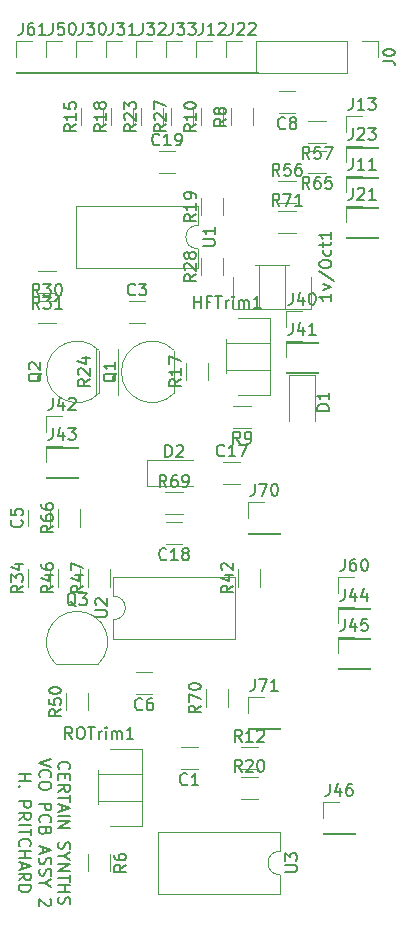
<source format=gbr>
%TF.GenerationSoftware,KiCad,Pcbnew,(6.0.5)*%
%TF.CreationDate,2023-02-14T12:04:11-05:00*%
%TF.ProjectId,vco2,76636f32-2e6b-4696-9361-645f70636258,rev?*%
%TF.SameCoordinates,Original*%
%TF.FileFunction,Legend,Top*%
%TF.FilePolarity,Positive*%
%FSLAX46Y46*%
G04 Gerber Fmt 4.6, Leading zero omitted, Abs format (unit mm)*
G04 Created by KiCad (PCBNEW (6.0.5)) date 2023-02-14 12:04:11*
%MOMM*%
%LPD*%
G01*
G04 APERTURE LIST*
%ADD10C,0.150000*%
%ADD11C,0.120000*%
G04 APERTURE END LIST*
D10*
X102417619Y-118213809D02*
X103417619Y-118213809D01*
X102941428Y-118213809D02*
X102941428Y-118785238D01*
X102417619Y-118785238D02*
X103417619Y-118785238D01*
X102512857Y-119261428D02*
X102465238Y-119309047D01*
X102417619Y-119261428D01*
X102465238Y-119213809D01*
X102512857Y-119261428D01*
X102417619Y-119261428D01*
X102417619Y-120499523D02*
X103417619Y-120499523D01*
X103417619Y-120880476D01*
X103370000Y-120975714D01*
X103322380Y-121023333D01*
X103227142Y-121070952D01*
X103084285Y-121070952D01*
X102989047Y-121023333D01*
X102941428Y-120975714D01*
X102893809Y-120880476D01*
X102893809Y-120499523D01*
X102417619Y-122070952D02*
X102893809Y-121737619D01*
X102417619Y-121499523D02*
X103417619Y-121499523D01*
X103417619Y-121880476D01*
X103370000Y-121975714D01*
X103322380Y-122023333D01*
X103227142Y-122070952D01*
X103084285Y-122070952D01*
X102989047Y-122023333D01*
X102941428Y-121975714D01*
X102893809Y-121880476D01*
X102893809Y-121499523D01*
X102417619Y-122499523D02*
X103417619Y-122499523D01*
X103417619Y-122832857D02*
X103417619Y-123404285D01*
X102417619Y-123118571D02*
X103417619Y-123118571D01*
X102512857Y-124309047D02*
X102465238Y-124261428D01*
X102417619Y-124118571D01*
X102417619Y-124023333D01*
X102465238Y-123880476D01*
X102560476Y-123785238D01*
X102655714Y-123737619D01*
X102846190Y-123690000D01*
X102989047Y-123690000D01*
X103179523Y-123737619D01*
X103274761Y-123785238D01*
X103370000Y-123880476D01*
X103417619Y-124023333D01*
X103417619Y-124118571D01*
X103370000Y-124261428D01*
X103322380Y-124309047D01*
X102417619Y-124737619D02*
X103417619Y-124737619D01*
X102941428Y-124737619D02*
X102941428Y-125309047D01*
X102417619Y-125309047D02*
X103417619Y-125309047D01*
X102703333Y-125737619D02*
X102703333Y-126213809D01*
X102417619Y-125642380D02*
X103417619Y-125975714D01*
X102417619Y-126309047D01*
X102417619Y-127213809D02*
X102893809Y-126880476D01*
X102417619Y-126642380D02*
X103417619Y-126642380D01*
X103417619Y-127023333D01*
X103370000Y-127118571D01*
X103322380Y-127166190D01*
X103227142Y-127213809D01*
X103084285Y-127213809D01*
X102989047Y-127166190D01*
X102941428Y-127118571D01*
X102893809Y-127023333D01*
X102893809Y-126642380D01*
X102417619Y-127642380D02*
X103417619Y-127642380D01*
X103417619Y-127880476D01*
X103370000Y-128023333D01*
X103274761Y-128118571D01*
X103179523Y-128166190D01*
X102989047Y-128213809D01*
X102846190Y-128213809D01*
X102655714Y-128166190D01*
X102560476Y-128118571D01*
X102465238Y-128023333D01*
X102417619Y-127880476D01*
X102417619Y-127642380D01*
X105857857Y-117785238D02*
X105810238Y-117737619D01*
X105762619Y-117594761D01*
X105762619Y-117499523D01*
X105810238Y-117356666D01*
X105905476Y-117261428D01*
X106000714Y-117213809D01*
X106191190Y-117166190D01*
X106334047Y-117166190D01*
X106524523Y-117213809D01*
X106619761Y-117261428D01*
X106715000Y-117356666D01*
X106762619Y-117499523D01*
X106762619Y-117594761D01*
X106715000Y-117737619D01*
X106667380Y-117785238D01*
X106286428Y-118213809D02*
X106286428Y-118547142D01*
X105762619Y-118690000D02*
X105762619Y-118213809D01*
X106762619Y-118213809D01*
X106762619Y-118690000D01*
X105762619Y-119690000D02*
X106238809Y-119356666D01*
X105762619Y-119118571D02*
X106762619Y-119118571D01*
X106762619Y-119499523D01*
X106715000Y-119594761D01*
X106667380Y-119642380D01*
X106572142Y-119690000D01*
X106429285Y-119690000D01*
X106334047Y-119642380D01*
X106286428Y-119594761D01*
X106238809Y-119499523D01*
X106238809Y-119118571D01*
X106762619Y-119975714D02*
X106762619Y-120547142D01*
X105762619Y-120261428D02*
X106762619Y-120261428D01*
X106048333Y-120832857D02*
X106048333Y-121309047D01*
X105762619Y-120737619D02*
X106762619Y-121070952D01*
X105762619Y-121404285D01*
X105762619Y-121737619D02*
X106762619Y-121737619D01*
X105762619Y-122213809D02*
X106762619Y-122213809D01*
X105762619Y-122785238D01*
X106762619Y-122785238D01*
X105810238Y-123975714D02*
X105762619Y-124118571D01*
X105762619Y-124356666D01*
X105810238Y-124451904D01*
X105857857Y-124499523D01*
X105953095Y-124547142D01*
X106048333Y-124547142D01*
X106143571Y-124499523D01*
X106191190Y-124451904D01*
X106238809Y-124356666D01*
X106286428Y-124166190D01*
X106334047Y-124070952D01*
X106381666Y-124023333D01*
X106476904Y-123975714D01*
X106572142Y-123975714D01*
X106667380Y-124023333D01*
X106715000Y-124070952D01*
X106762619Y-124166190D01*
X106762619Y-124404285D01*
X106715000Y-124547142D01*
X106238809Y-125166190D02*
X105762619Y-125166190D01*
X106762619Y-124832857D02*
X106238809Y-125166190D01*
X106762619Y-125499523D01*
X105762619Y-125832857D02*
X106762619Y-125832857D01*
X105762619Y-126404285D01*
X106762619Y-126404285D01*
X106762619Y-126737619D02*
X106762619Y-127309047D01*
X105762619Y-127023333D02*
X106762619Y-127023333D01*
X105762619Y-127642380D02*
X106762619Y-127642380D01*
X106286428Y-127642380D02*
X106286428Y-128213809D01*
X105762619Y-128213809D02*
X106762619Y-128213809D01*
X105810238Y-128642380D02*
X105762619Y-128785238D01*
X105762619Y-129023333D01*
X105810238Y-129118571D01*
X105857857Y-129166190D01*
X105953095Y-129213809D01*
X106048333Y-129213809D01*
X106143571Y-129166190D01*
X106191190Y-129118571D01*
X106238809Y-129023333D01*
X106286428Y-128832857D01*
X106334047Y-128737619D01*
X106381666Y-128690000D01*
X106476904Y-128642380D01*
X106572142Y-128642380D01*
X106667380Y-128690000D01*
X106715000Y-128737619D01*
X106762619Y-128832857D01*
X106762619Y-129070952D01*
X106715000Y-129213809D01*
X105152619Y-116904285D02*
X104152619Y-117237619D01*
X105152619Y-117570952D01*
X104247857Y-118475714D02*
X104200238Y-118428095D01*
X104152619Y-118285238D01*
X104152619Y-118190000D01*
X104200238Y-118047142D01*
X104295476Y-117951904D01*
X104390714Y-117904285D01*
X104581190Y-117856666D01*
X104724047Y-117856666D01*
X104914523Y-117904285D01*
X105009761Y-117951904D01*
X105105000Y-118047142D01*
X105152619Y-118190000D01*
X105152619Y-118285238D01*
X105105000Y-118428095D01*
X105057380Y-118475714D01*
X105152619Y-119094761D02*
X105152619Y-119285238D01*
X105105000Y-119380476D01*
X105009761Y-119475714D01*
X104819285Y-119523333D01*
X104485952Y-119523333D01*
X104295476Y-119475714D01*
X104200238Y-119380476D01*
X104152619Y-119285238D01*
X104152619Y-119094761D01*
X104200238Y-118999523D01*
X104295476Y-118904285D01*
X104485952Y-118856666D01*
X104819285Y-118856666D01*
X105009761Y-118904285D01*
X105105000Y-118999523D01*
X105152619Y-119094761D01*
X104152619Y-120713809D02*
X105152619Y-120713809D01*
X105152619Y-121094761D01*
X105105000Y-121190000D01*
X105057380Y-121237619D01*
X104962142Y-121285238D01*
X104819285Y-121285238D01*
X104724047Y-121237619D01*
X104676428Y-121190000D01*
X104628809Y-121094761D01*
X104628809Y-120713809D01*
X104247857Y-122285238D02*
X104200238Y-122237619D01*
X104152619Y-122094761D01*
X104152619Y-121999523D01*
X104200238Y-121856666D01*
X104295476Y-121761428D01*
X104390714Y-121713809D01*
X104581190Y-121666190D01*
X104724047Y-121666190D01*
X104914523Y-121713809D01*
X105009761Y-121761428D01*
X105105000Y-121856666D01*
X105152619Y-121999523D01*
X105152619Y-122094761D01*
X105105000Y-122237619D01*
X105057380Y-122285238D01*
X104676428Y-123047142D02*
X104628809Y-123190000D01*
X104581190Y-123237619D01*
X104485952Y-123285238D01*
X104343095Y-123285238D01*
X104247857Y-123237619D01*
X104200238Y-123190000D01*
X104152619Y-123094761D01*
X104152619Y-122713809D01*
X105152619Y-122713809D01*
X105152619Y-123047142D01*
X105105000Y-123142380D01*
X105057380Y-123190000D01*
X104962142Y-123237619D01*
X104866904Y-123237619D01*
X104771666Y-123190000D01*
X104724047Y-123142380D01*
X104676428Y-123047142D01*
X104676428Y-122713809D01*
X104438333Y-124428095D02*
X104438333Y-124904285D01*
X104152619Y-124332857D02*
X105152619Y-124666190D01*
X104152619Y-124999523D01*
X104200238Y-125285238D02*
X104152619Y-125428095D01*
X104152619Y-125666190D01*
X104200238Y-125761428D01*
X104247857Y-125809047D01*
X104343095Y-125856666D01*
X104438333Y-125856666D01*
X104533571Y-125809047D01*
X104581190Y-125761428D01*
X104628809Y-125666190D01*
X104676428Y-125475714D01*
X104724047Y-125380476D01*
X104771666Y-125332857D01*
X104866904Y-125285238D01*
X104962142Y-125285238D01*
X105057380Y-125332857D01*
X105105000Y-125380476D01*
X105152619Y-125475714D01*
X105152619Y-125713809D01*
X105105000Y-125856666D01*
X104200238Y-126237619D02*
X104152619Y-126380476D01*
X104152619Y-126618571D01*
X104200238Y-126713809D01*
X104247857Y-126761428D01*
X104343095Y-126809047D01*
X104438333Y-126809047D01*
X104533571Y-126761428D01*
X104581190Y-126713809D01*
X104628809Y-126618571D01*
X104676428Y-126428095D01*
X104724047Y-126332857D01*
X104771666Y-126285238D01*
X104866904Y-126237619D01*
X104962142Y-126237619D01*
X105057380Y-126285238D01*
X105105000Y-126332857D01*
X105152619Y-126428095D01*
X105152619Y-126666190D01*
X105105000Y-126809047D01*
X104628809Y-127428095D02*
X104152619Y-127428095D01*
X105152619Y-127094761D02*
X104628809Y-127428095D01*
X105152619Y-127761428D01*
X105057380Y-128809047D02*
X105105000Y-128856666D01*
X105152619Y-128951904D01*
X105152619Y-129189999D01*
X105105000Y-129285238D01*
X105057380Y-129332857D01*
X104962142Y-129380476D01*
X104866904Y-129380476D01*
X104724047Y-129332857D01*
X104152619Y-128761428D01*
X104152619Y-129380476D01*
%TO.C,J44*%
X130000476Y-102542380D02*
X130000476Y-103256666D01*
X129952857Y-103399523D01*
X129857619Y-103494761D01*
X129714761Y-103542380D01*
X129619523Y-103542380D01*
X130905238Y-102875714D02*
X130905238Y-103542380D01*
X130667142Y-102494761D02*
X130429047Y-103209047D01*
X131048095Y-103209047D01*
X131857619Y-102875714D02*
X131857619Y-103542380D01*
X131619523Y-102494761D02*
X131381428Y-103209047D01*
X132000476Y-103209047D01*
%TO.C,R71*%
X124484642Y-70092380D02*
X124151309Y-69616190D01*
X123913214Y-70092380D02*
X123913214Y-69092380D01*
X124294166Y-69092380D01*
X124389404Y-69140000D01*
X124437023Y-69187619D01*
X124484642Y-69282857D01*
X124484642Y-69425714D01*
X124437023Y-69520952D01*
X124389404Y-69568571D01*
X124294166Y-69616190D01*
X123913214Y-69616190D01*
X124817976Y-69092380D02*
X125484642Y-69092380D01*
X125056071Y-70092380D01*
X126389404Y-70092380D02*
X125817976Y-70092380D01*
X126103690Y-70092380D02*
X126103690Y-69092380D01*
X126008452Y-69235238D01*
X125913214Y-69330476D01*
X125817976Y-69378095D01*
%TO.C,ROTrim1*%
X106934285Y-115232380D02*
X106600952Y-114756190D01*
X106362857Y-115232380D02*
X106362857Y-114232380D01*
X106743809Y-114232380D01*
X106839047Y-114280000D01*
X106886666Y-114327619D01*
X106934285Y-114422857D01*
X106934285Y-114565714D01*
X106886666Y-114660952D01*
X106839047Y-114708571D01*
X106743809Y-114756190D01*
X106362857Y-114756190D01*
X107553333Y-114232380D02*
X107743809Y-114232380D01*
X107839047Y-114280000D01*
X107934285Y-114375238D01*
X107981904Y-114565714D01*
X107981904Y-114899047D01*
X107934285Y-115089523D01*
X107839047Y-115184761D01*
X107743809Y-115232380D01*
X107553333Y-115232380D01*
X107458095Y-115184761D01*
X107362857Y-115089523D01*
X107315238Y-114899047D01*
X107315238Y-114565714D01*
X107362857Y-114375238D01*
X107458095Y-114280000D01*
X107553333Y-114232380D01*
X108267619Y-114232380D02*
X108839047Y-114232380D01*
X108553333Y-115232380D02*
X108553333Y-114232380D01*
X109172380Y-115232380D02*
X109172380Y-114565714D01*
X109172380Y-114756190D02*
X109220000Y-114660952D01*
X109267619Y-114613333D01*
X109362857Y-114565714D01*
X109458095Y-114565714D01*
X109791428Y-115232380D02*
X109791428Y-114565714D01*
X109791428Y-114232380D02*
X109743809Y-114280000D01*
X109791428Y-114327619D01*
X109839047Y-114280000D01*
X109791428Y-114232380D01*
X109791428Y-114327619D01*
X110267619Y-115232380D02*
X110267619Y-114565714D01*
X110267619Y-114660952D02*
X110315238Y-114613333D01*
X110410476Y-114565714D01*
X110553333Y-114565714D01*
X110648571Y-114613333D01*
X110696190Y-114708571D01*
X110696190Y-115232380D01*
X110696190Y-114708571D02*
X110743809Y-114613333D01*
X110839047Y-114565714D01*
X110981904Y-114565714D01*
X111077142Y-114613333D01*
X111124761Y-114708571D01*
X111124761Y-115232380D01*
X112124761Y-115232380D02*
X111553333Y-115232380D01*
X111839047Y-115232380D02*
X111839047Y-114232380D01*
X111743809Y-114375238D01*
X111648571Y-114470476D01*
X111553333Y-114518095D01*
%TO.C,R15*%
X107249880Y-63212857D02*
X106773690Y-63546190D01*
X107249880Y-63784285D02*
X106249880Y-63784285D01*
X106249880Y-63403333D01*
X106297500Y-63308095D01*
X106345119Y-63260476D01*
X106440357Y-63212857D01*
X106583214Y-63212857D01*
X106678452Y-63260476D01*
X106726071Y-63308095D01*
X106773690Y-63403333D01*
X106773690Y-63784285D01*
X107249880Y-62260476D02*
X107249880Y-62831904D01*
X107249880Y-62546190D02*
X106249880Y-62546190D01*
X106392738Y-62641428D01*
X106487976Y-62736666D01*
X106535595Y-62831904D01*
X106249880Y-61355714D02*
X106249880Y-61831904D01*
X106726071Y-61879523D01*
X106678452Y-61831904D01*
X106630833Y-61736666D01*
X106630833Y-61498571D01*
X106678452Y-61403333D01*
X106726071Y-61355714D01*
X106821309Y-61308095D01*
X107059404Y-61308095D01*
X107154642Y-61355714D01*
X107202261Y-61403333D01*
X107249880Y-61498571D01*
X107249880Y-61736666D01*
X107202261Y-61831904D01*
X107154642Y-61879523D01*
%TO.C,J45*%
X130000476Y-105072380D02*
X130000476Y-105786666D01*
X129952857Y-105929523D01*
X129857619Y-106024761D01*
X129714761Y-106072380D01*
X129619523Y-106072380D01*
X130905238Y-105405714D02*
X130905238Y-106072380D01*
X130667142Y-105024761D02*
X130429047Y-105739047D01*
X131048095Y-105739047D01*
X131905238Y-105072380D02*
X131429047Y-105072380D01*
X131381428Y-105548571D01*
X131429047Y-105500952D01*
X131524285Y-105453333D01*
X131762380Y-105453333D01*
X131857619Y-105500952D01*
X131905238Y-105548571D01*
X131952857Y-105643809D01*
X131952857Y-105881904D01*
X131905238Y-105977142D01*
X131857619Y-106024761D01*
X131762380Y-106072380D01*
X131524285Y-106072380D01*
X131429047Y-106024761D01*
X131381428Y-105977142D01*
%TO.C,R20*%
X121277142Y-118012380D02*
X120943809Y-117536190D01*
X120705714Y-118012380D02*
X120705714Y-117012380D01*
X121086666Y-117012380D01*
X121181904Y-117060000D01*
X121229523Y-117107619D01*
X121277142Y-117202857D01*
X121277142Y-117345714D01*
X121229523Y-117440952D01*
X121181904Y-117488571D01*
X121086666Y-117536190D01*
X120705714Y-117536190D01*
X121658095Y-117107619D02*
X121705714Y-117060000D01*
X121800952Y-117012380D01*
X122039047Y-117012380D01*
X122134285Y-117060000D01*
X122181904Y-117107619D01*
X122229523Y-117202857D01*
X122229523Y-117298095D01*
X122181904Y-117440952D01*
X121610476Y-118012380D01*
X122229523Y-118012380D01*
X122848571Y-117012380D02*
X122943809Y-117012380D01*
X123039047Y-117060000D01*
X123086666Y-117107619D01*
X123134285Y-117202857D01*
X123181904Y-117393333D01*
X123181904Y-117631428D01*
X123134285Y-117821904D01*
X123086666Y-117917142D01*
X123039047Y-117964761D01*
X122943809Y-118012380D01*
X122848571Y-118012380D01*
X122753333Y-117964761D01*
X122705714Y-117917142D01*
X122658095Y-117821904D01*
X122610476Y-117631428D01*
X122610476Y-117393333D01*
X122658095Y-117202857D01*
X122705714Y-117107619D01*
X122753333Y-117060000D01*
X122848571Y-117012380D01*
%TO.C,1v/Oct1*%
X128869880Y-77548333D02*
X128869880Y-78119761D01*
X128869880Y-77834047D02*
X127869880Y-77834047D01*
X128012738Y-77929285D01*
X128107976Y-78024523D01*
X128155595Y-78119761D01*
X128203214Y-77215000D02*
X128869880Y-76976904D01*
X128203214Y-76738809D01*
X127822261Y-75643571D02*
X129107976Y-76500714D01*
X127869880Y-75119761D02*
X127869880Y-74929285D01*
X127917500Y-74834047D01*
X128012738Y-74738809D01*
X128203214Y-74691190D01*
X128536547Y-74691190D01*
X128727023Y-74738809D01*
X128822261Y-74834047D01*
X128869880Y-74929285D01*
X128869880Y-75119761D01*
X128822261Y-75215000D01*
X128727023Y-75310238D01*
X128536547Y-75357857D01*
X128203214Y-75357857D01*
X128012738Y-75310238D01*
X127917500Y-75215000D01*
X127869880Y-75119761D01*
X128822261Y-73834047D02*
X128869880Y-73929285D01*
X128869880Y-74119761D01*
X128822261Y-74215000D01*
X128774642Y-74262619D01*
X128679404Y-74310238D01*
X128393690Y-74310238D01*
X128298452Y-74262619D01*
X128250833Y-74215000D01*
X128203214Y-74119761D01*
X128203214Y-73929285D01*
X128250833Y-73834047D01*
X128203214Y-73548333D02*
X128203214Y-73167380D01*
X127869880Y-73405476D02*
X128727023Y-73405476D01*
X128822261Y-73357857D01*
X128869880Y-73262619D01*
X128869880Y-73167380D01*
X128869880Y-72310238D02*
X128869880Y-72881666D01*
X128869880Y-72595952D02*
X127869880Y-72595952D01*
X128012738Y-72691190D01*
X128107976Y-72786428D01*
X128155595Y-72881666D01*
%TO.C,R57*%
X127024642Y-66112380D02*
X126691309Y-65636190D01*
X126453214Y-66112380D02*
X126453214Y-65112380D01*
X126834166Y-65112380D01*
X126929404Y-65160000D01*
X126977023Y-65207619D01*
X127024642Y-65302857D01*
X127024642Y-65445714D01*
X126977023Y-65540952D01*
X126929404Y-65588571D01*
X126834166Y-65636190D01*
X126453214Y-65636190D01*
X127929404Y-65112380D02*
X127453214Y-65112380D01*
X127405595Y-65588571D01*
X127453214Y-65540952D01*
X127548452Y-65493333D01*
X127786547Y-65493333D01*
X127881785Y-65540952D01*
X127929404Y-65588571D01*
X127977023Y-65683809D01*
X127977023Y-65921904D01*
X127929404Y-66017142D01*
X127881785Y-66064761D01*
X127786547Y-66112380D01*
X127548452Y-66112380D01*
X127453214Y-66064761D01*
X127405595Y-66017142D01*
X128310357Y-65112380D02*
X128977023Y-65112380D01*
X128548452Y-66112380D01*
%TO.C,R47*%
X107842380Y-102252857D02*
X107366190Y-102586190D01*
X107842380Y-102824285D02*
X106842380Y-102824285D01*
X106842380Y-102443333D01*
X106890000Y-102348095D01*
X106937619Y-102300476D01*
X107032857Y-102252857D01*
X107175714Y-102252857D01*
X107270952Y-102300476D01*
X107318571Y-102348095D01*
X107366190Y-102443333D01*
X107366190Y-102824285D01*
X107175714Y-101395714D02*
X107842380Y-101395714D01*
X106794761Y-101633809D02*
X107509047Y-101871904D01*
X107509047Y-101252857D01*
X106842380Y-100967142D02*
X106842380Y-100300476D01*
X107842380Y-100729047D01*
%TO.C,R17*%
X116139880Y-84802857D02*
X115663690Y-85136190D01*
X116139880Y-85374285D02*
X115139880Y-85374285D01*
X115139880Y-84993333D01*
X115187500Y-84898095D01*
X115235119Y-84850476D01*
X115330357Y-84802857D01*
X115473214Y-84802857D01*
X115568452Y-84850476D01*
X115616071Y-84898095D01*
X115663690Y-84993333D01*
X115663690Y-85374285D01*
X116139880Y-83850476D02*
X116139880Y-84421904D01*
X116139880Y-84136190D02*
X115139880Y-84136190D01*
X115282738Y-84231428D01*
X115377976Y-84326666D01*
X115425595Y-84421904D01*
X115139880Y-83517142D02*
X115139880Y-82850476D01*
X116139880Y-83279047D01*
%TO.C,Q2*%
X104335119Y-84255238D02*
X104287500Y-84350476D01*
X104192261Y-84445714D01*
X104049404Y-84588571D01*
X104001785Y-84683809D01*
X104001785Y-84779047D01*
X104239880Y-84731428D02*
X104192261Y-84826666D01*
X104097023Y-84921904D01*
X103906547Y-84969523D01*
X103573214Y-84969523D01*
X103382738Y-84921904D01*
X103287500Y-84826666D01*
X103239880Y-84731428D01*
X103239880Y-84540952D01*
X103287500Y-84445714D01*
X103382738Y-84350476D01*
X103573214Y-84302857D01*
X103906547Y-84302857D01*
X104097023Y-84350476D01*
X104192261Y-84445714D01*
X104239880Y-84540952D01*
X104239880Y-84731428D01*
X103335119Y-83921904D02*
X103287500Y-83874285D01*
X103239880Y-83779047D01*
X103239880Y-83540952D01*
X103287500Y-83445714D01*
X103335119Y-83398095D01*
X103430357Y-83350476D01*
X103525595Y-83350476D01*
X103668452Y-83398095D01*
X104239880Y-83969523D01*
X104239880Y-83350476D01*
%TO.C,R65*%
X127024642Y-68652380D02*
X126691309Y-68176190D01*
X126453214Y-68652380D02*
X126453214Y-67652380D01*
X126834166Y-67652380D01*
X126929404Y-67700000D01*
X126977023Y-67747619D01*
X127024642Y-67842857D01*
X127024642Y-67985714D01*
X126977023Y-68080952D01*
X126929404Y-68128571D01*
X126834166Y-68176190D01*
X126453214Y-68176190D01*
X127881785Y-67652380D02*
X127691309Y-67652380D01*
X127596071Y-67700000D01*
X127548452Y-67747619D01*
X127453214Y-67890476D01*
X127405595Y-68080952D01*
X127405595Y-68461904D01*
X127453214Y-68557142D01*
X127500833Y-68604761D01*
X127596071Y-68652380D01*
X127786547Y-68652380D01*
X127881785Y-68604761D01*
X127929404Y-68557142D01*
X127977023Y-68461904D01*
X127977023Y-68223809D01*
X127929404Y-68128571D01*
X127881785Y-68080952D01*
X127786547Y-68033333D01*
X127596071Y-68033333D01*
X127500833Y-68080952D01*
X127453214Y-68128571D01*
X127405595Y-68223809D01*
X128881785Y-67652380D02*
X128405595Y-67652380D01*
X128357976Y-68128571D01*
X128405595Y-68080952D01*
X128500833Y-68033333D01*
X128738928Y-68033333D01*
X128834166Y-68080952D01*
X128881785Y-68128571D01*
X128929404Y-68223809D01*
X128929404Y-68461904D01*
X128881785Y-68557142D01*
X128834166Y-68604761D01*
X128738928Y-68652380D01*
X128500833Y-68652380D01*
X128405595Y-68604761D01*
X128357976Y-68557142D01*
%TO.C,J40*%
X125587976Y-77472380D02*
X125587976Y-78186666D01*
X125540357Y-78329523D01*
X125445119Y-78424761D01*
X125302261Y-78472380D01*
X125207023Y-78472380D01*
X126492738Y-77805714D02*
X126492738Y-78472380D01*
X126254642Y-77424761D02*
X126016547Y-78139047D01*
X126635595Y-78139047D01*
X127207023Y-77472380D02*
X127302261Y-77472380D01*
X127397500Y-77520000D01*
X127445119Y-77567619D01*
X127492738Y-77662857D01*
X127540357Y-77853333D01*
X127540357Y-78091428D01*
X127492738Y-78281904D01*
X127445119Y-78377142D01*
X127397500Y-78424761D01*
X127302261Y-78472380D01*
X127207023Y-78472380D01*
X127111785Y-78424761D01*
X127064166Y-78377142D01*
X127016547Y-78281904D01*
X126968928Y-78091428D01*
X126968928Y-77853333D01*
X127016547Y-77662857D01*
X127064166Y-77567619D01*
X127111785Y-77520000D01*
X127207023Y-77472380D01*
%TO.C,R34*%
X102762380Y-102252857D02*
X102286190Y-102586190D01*
X102762380Y-102824285D02*
X101762380Y-102824285D01*
X101762380Y-102443333D01*
X101810000Y-102348095D01*
X101857619Y-102300476D01*
X101952857Y-102252857D01*
X102095714Y-102252857D01*
X102190952Y-102300476D01*
X102238571Y-102348095D01*
X102286190Y-102443333D01*
X102286190Y-102824285D01*
X101762380Y-101919523D02*
X101762380Y-101300476D01*
X102143333Y-101633809D01*
X102143333Y-101490952D01*
X102190952Y-101395714D01*
X102238571Y-101348095D01*
X102333809Y-101300476D01*
X102571904Y-101300476D01*
X102667142Y-101348095D01*
X102714761Y-101395714D01*
X102762380Y-101490952D01*
X102762380Y-101776666D01*
X102714761Y-101871904D01*
X102667142Y-101919523D01*
X102095714Y-100443333D02*
X102762380Y-100443333D01*
X101714761Y-100681428D02*
X102429047Y-100919523D01*
X102429047Y-100300476D01*
%TO.C,J33*%
X115427976Y-54612380D02*
X115427976Y-55326666D01*
X115380357Y-55469523D01*
X115285119Y-55564761D01*
X115142261Y-55612380D01*
X115047023Y-55612380D01*
X115808928Y-54612380D02*
X116427976Y-54612380D01*
X116094642Y-54993333D01*
X116237500Y-54993333D01*
X116332738Y-55040952D01*
X116380357Y-55088571D01*
X116427976Y-55183809D01*
X116427976Y-55421904D01*
X116380357Y-55517142D01*
X116332738Y-55564761D01*
X116237500Y-55612380D01*
X115951785Y-55612380D01*
X115856547Y-55564761D01*
X115808928Y-55517142D01*
X116761309Y-54612380D02*
X117380357Y-54612380D01*
X117047023Y-54993333D01*
X117189880Y-54993333D01*
X117285119Y-55040952D01*
X117332738Y-55088571D01*
X117380357Y-55183809D01*
X117380357Y-55421904D01*
X117332738Y-55517142D01*
X117285119Y-55564761D01*
X117189880Y-55612380D01*
X116904166Y-55612380D01*
X116808928Y-55564761D01*
X116761309Y-55517142D01*
%TO.C,U2*%
X108882380Y-104901904D02*
X109691904Y-104901904D01*
X109787142Y-104854285D01*
X109834761Y-104806666D01*
X109882380Y-104711428D01*
X109882380Y-104520952D01*
X109834761Y-104425714D01*
X109787142Y-104378095D01*
X109691904Y-104330476D01*
X108882380Y-104330476D01*
X108977619Y-103901904D02*
X108930000Y-103854285D01*
X108882380Y-103759047D01*
X108882380Y-103520952D01*
X108930000Y-103425714D01*
X108977619Y-103378095D01*
X109072857Y-103330476D01*
X109168095Y-103330476D01*
X109310952Y-103378095D01*
X109882380Y-103949523D01*
X109882380Y-103330476D01*
%TO.C,R9*%
X121150833Y-90242380D02*
X120817500Y-89766190D01*
X120579404Y-90242380D02*
X120579404Y-89242380D01*
X120960357Y-89242380D01*
X121055595Y-89290000D01*
X121103214Y-89337619D01*
X121150833Y-89432857D01*
X121150833Y-89575714D01*
X121103214Y-89670952D01*
X121055595Y-89718571D01*
X120960357Y-89766190D01*
X120579404Y-89766190D01*
X121627023Y-90242380D02*
X121817500Y-90242380D01*
X121912738Y-90194761D01*
X121960357Y-90147142D01*
X122055595Y-90004285D01*
X122103214Y-89813809D01*
X122103214Y-89432857D01*
X122055595Y-89337619D01*
X122007976Y-89290000D01*
X121912738Y-89242380D01*
X121722261Y-89242380D01*
X121627023Y-89290000D01*
X121579404Y-89337619D01*
X121531785Y-89432857D01*
X121531785Y-89670952D01*
X121579404Y-89766190D01*
X121627023Y-89813809D01*
X121722261Y-89861428D01*
X121912738Y-89861428D01*
X122007976Y-89813809D01*
X122055595Y-89766190D01*
X122103214Y-89670952D01*
%TO.C,D2*%
X114821904Y-91352380D02*
X114821904Y-90352380D01*
X115060000Y-90352380D01*
X115202857Y-90400000D01*
X115298095Y-90495238D01*
X115345714Y-90590476D01*
X115393333Y-90780952D01*
X115393333Y-90923809D01*
X115345714Y-91114285D01*
X115298095Y-91209523D01*
X115202857Y-91304761D01*
X115060000Y-91352380D01*
X114821904Y-91352380D01*
X115774285Y-90447619D02*
X115821904Y-90400000D01*
X115917142Y-90352380D01*
X116155238Y-90352380D01*
X116250476Y-90400000D01*
X116298095Y-90447619D01*
X116345714Y-90542857D01*
X116345714Y-90638095D01*
X116298095Y-90780952D01*
X115726666Y-91352380D01*
X116345714Y-91352380D01*
%TO.C,R46*%
X105302380Y-102252857D02*
X104826190Y-102586190D01*
X105302380Y-102824285D02*
X104302380Y-102824285D01*
X104302380Y-102443333D01*
X104350000Y-102348095D01*
X104397619Y-102300476D01*
X104492857Y-102252857D01*
X104635714Y-102252857D01*
X104730952Y-102300476D01*
X104778571Y-102348095D01*
X104826190Y-102443333D01*
X104826190Y-102824285D01*
X104635714Y-101395714D02*
X105302380Y-101395714D01*
X104254761Y-101633809D02*
X104969047Y-101871904D01*
X104969047Y-101252857D01*
X104302380Y-100443333D02*
X104302380Y-100633809D01*
X104350000Y-100729047D01*
X104397619Y-100776666D01*
X104540476Y-100871904D01*
X104730952Y-100919523D01*
X105111904Y-100919523D01*
X105207142Y-100871904D01*
X105254761Y-100824285D01*
X105302380Y-100729047D01*
X105302380Y-100538571D01*
X105254761Y-100443333D01*
X105207142Y-100395714D01*
X105111904Y-100348095D01*
X104873809Y-100348095D01*
X104778571Y-100395714D01*
X104730952Y-100443333D01*
X104683333Y-100538571D01*
X104683333Y-100729047D01*
X104730952Y-100824285D01*
X104778571Y-100871904D01*
X104873809Y-100919523D01*
%TO.C,C6*%
X112853333Y-112707142D02*
X112805714Y-112754761D01*
X112662857Y-112802380D01*
X112567619Y-112802380D01*
X112424761Y-112754761D01*
X112329523Y-112659523D01*
X112281904Y-112564285D01*
X112234285Y-112373809D01*
X112234285Y-112230952D01*
X112281904Y-112040476D01*
X112329523Y-111945238D01*
X112424761Y-111850000D01*
X112567619Y-111802380D01*
X112662857Y-111802380D01*
X112805714Y-111850000D01*
X112853333Y-111897619D01*
X113710476Y-111802380D02*
X113520000Y-111802380D01*
X113424761Y-111850000D01*
X113377142Y-111897619D01*
X113281904Y-112040476D01*
X113234285Y-112230952D01*
X113234285Y-112611904D01*
X113281904Y-112707142D01*
X113329523Y-112754761D01*
X113424761Y-112802380D01*
X113615238Y-112802380D01*
X113710476Y-112754761D01*
X113758095Y-112707142D01*
X113805714Y-112611904D01*
X113805714Y-112373809D01*
X113758095Y-112278571D01*
X113710476Y-112230952D01*
X113615238Y-112183333D01*
X113424761Y-112183333D01*
X113329523Y-112230952D01*
X113281904Y-112278571D01*
X113234285Y-112373809D01*
%TO.C,R50*%
X105979880Y-112742857D02*
X105503690Y-113076190D01*
X105979880Y-113314285D02*
X104979880Y-113314285D01*
X104979880Y-112933333D01*
X105027500Y-112838095D01*
X105075119Y-112790476D01*
X105170357Y-112742857D01*
X105313214Y-112742857D01*
X105408452Y-112790476D01*
X105456071Y-112838095D01*
X105503690Y-112933333D01*
X105503690Y-113314285D01*
X104979880Y-111838095D02*
X104979880Y-112314285D01*
X105456071Y-112361904D01*
X105408452Y-112314285D01*
X105360833Y-112219047D01*
X105360833Y-111980952D01*
X105408452Y-111885714D01*
X105456071Y-111838095D01*
X105551309Y-111790476D01*
X105789404Y-111790476D01*
X105884642Y-111838095D01*
X105932261Y-111885714D01*
X105979880Y-111980952D01*
X105979880Y-112219047D01*
X105932261Y-112314285D01*
X105884642Y-112361904D01*
X104979880Y-111171428D02*
X104979880Y-111076190D01*
X105027500Y-110980952D01*
X105075119Y-110933333D01*
X105170357Y-110885714D01*
X105360833Y-110838095D01*
X105598928Y-110838095D01*
X105789404Y-110885714D01*
X105884642Y-110933333D01*
X105932261Y-110980952D01*
X105979880Y-111076190D01*
X105979880Y-111171428D01*
X105932261Y-111266666D01*
X105884642Y-111314285D01*
X105789404Y-111361904D01*
X105598928Y-111409523D01*
X105360833Y-111409523D01*
X105170357Y-111361904D01*
X105075119Y-111314285D01*
X105027500Y-111266666D01*
X104979880Y-111171428D01*
%TO.C,J21*%
X130667976Y-68582380D02*
X130667976Y-69296666D01*
X130620357Y-69439523D01*
X130525119Y-69534761D01*
X130382261Y-69582380D01*
X130287023Y-69582380D01*
X131096547Y-68677619D02*
X131144166Y-68630000D01*
X131239404Y-68582380D01*
X131477500Y-68582380D01*
X131572738Y-68630000D01*
X131620357Y-68677619D01*
X131667976Y-68772857D01*
X131667976Y-68868095D01*
X131620357Y-69010952D01*
X131048928Y-69582380D01*
X131667976Y-69582380D01*
X132620357Y-69582380D02*
X132048928Y-69582380D01*
X132334642Y-69582380D02*
X132334642Y-68582380D01*
X132239404Y-68725238D01*
X132144166Y-68820476D01*
X132048928Y-68868095D01*
%TO.C,R10*%
X117409880Y-63212857D02*
X116933690Y-63546190D01*
X117409880Y-63784285D02*
X116409880Y-63784285D01*
X116409880Y-63403333D01*
X116457500Y-63308095D01*
X116505119Y-63260476D01*
X116600357Y-63212857D01*
X116743214Y-63212857D01*
X116838452Y-63260476D01*
X116886071Y-63308095D01*
X116933690Y-63403333D01*
X116933690Y-63784285D01*
X117409880Y-62260476D02*
X117409880Y-62831904D01*
X117409880Y-62546190D02*
X116409880Y-62546190D01*
X116552738Y-62641428D01*
X116647976Y-62736666D01*
X116695595Y-62831904D01*
X116409880Y-61641428D02*
X116409880Y-61546190D01*
X116457500Y-61450952D01*
X116505119Y-61403333D01*
X116600357Y-61355714D01*
X116790833Y-61308095D01*
X117028928Y-61308095D01*
X117219404Y-61355714D01*
X117314642Y-61403333D01*
X117362261Y-61450952D01*
X117409880Y-61546190D01*
X117409880Y-61641428D01*
X117362261Y-61736666D01*
X117314642Y-61784285D01*
X117219404Y-61831904D01*
X117028928Y-61879523D01*
X116790833Y-61879523D01*
X116600357Y-61831904D01*
X116505119Y-61784285D01*
X116457500Y-61736666D01*
X116409880Y-61641428D01*
%TO.C,J43*%
X105267976Y-88902380D02*
X105267976Y-89616666D01*
X105220357Y-89759523D01*
X105125119Y-89854761D01*
X104982261Y-89902380D01*
X104887023Y-89902380D01*
X106172738Y-89235714D02*
X106172738Y-89902380D01*
X105934642Y-88854761D02*
X105696547Y-89569047D01*
X106315595Y-89569047D01*
X106601309Y-88902380D02*
X107220357Y-88902380D01*
X106887023Y-89283333D01*
X107029880Y-89283333D01*
X107125119Y-89330952D01*
X107172738Y-89378571D01*
X107220357Y-89473809D01*
X107220357Y-89711904D01*
X107172738Y-89807142D01*
X107125119Y-89854761D01*
X107029880Y-89902380D01*
X106744166Y-89902380D01*
X106648928Y-89854761D01*
X106601309Y-89807142D01*
%TO.C,R27*%
X114869880Y-63212857D02*
X114393690Y-63546190D01*
X114869880Y-63784285D02*
X113869880Y-63784285D01*
X113869880Y-63403333D01*
X113917500Y-63308095D01*
X113965119Y-63260476D01*
X114060357Y-63212857D01*
X114203214Y-63212857D01*
X114298452Y-63260476D01*
X114346071Y-63308095D01*
X114393690Y-63403333D01*
X114393690Y-63784285D01*
X113965119Y-62831904D02*
X113917500Y-62784285D01*
X113869880Y-62689047D01*
X113869880Y-62450952D01*
X113917500Y-62355714D01*
X113965119Y-62308095D01*
X114060357Y-62260476D01*
X114155595Y-62260476D01*
X114298452Y-62308095D01*
X114869880Y-62879523D01*
X114869880Y-62260476D01*
X113869880Y-61927142D02*
X113869880Y-61260476D01*
X114869880Y-61689047D01*
%TO.C,C19*%
X114324642Y-64887142D02*
X114277023Y-64934761D01*
X114134166Y-64982380D01*
X114038928Y-64982380D01*
X113896071Y-64934761D01*
X113800833Y-64839523D01*
X113753214Y-64744285D01*
X113705595Y-64553809D01*
X113705595Y-64410952D01*
X113753214Y-64220476D01*
X113800833Y-64125238D01*
X113896071Y-64030000D01*
X114038928Y-63982380D01*
X114134166Y-63982380D01*
X114277023Y-64030000D01*
X114324642Y-64077619D01*
X115277023Y-64982380D02*
X114705595Y-64982380D01*
X114991309Y-64982380D02*
X114991309Y-63982380D01*
X114896071Y-64125238D01*
X114800833Y-64220476D01*
X114705595Y-64268095D01*
X115753214Y-64982380D02*
X115943690Y-64982380D01*
X116038928Y-64934761D01*
X116086547Y-64887142D01*
X116181785Y-64744285D01*
X116229404Y-64553809D01*
X116229404Y-64172857D01*
X116181785Y-64077619D01*
X116134166Y-64030000D01*
X116038928Y-63982380D01*
X115848452Y-63982380D01*
X115753214Y-64030000D01*
X115705595Y-64077619D01*
X115657976Y-64172857D01*
X115657976Y-64410952D01*
X115705595Y-64506190D01*
X115753214Y-64553809D01*
X115848452Y-64601428D01*
X116038928Y-64601428D01*
X116134166Y-64553809D01*
X116181785Y-64506190D01*
X116229404Y-64410952D01*
%TO.C,J50*%
X105267976Y-54612380D02*
X105267976Y-55326666D01*
X105220357Y-55469523D01*
X105125119Y-55564761D01*
X104982261Y-55612380D01*
X104887023Y-55612380D01*
X106220357Y-54612380D02*
X105744166Y-54612380D01*
X105696547Y-55088571D01*
X105744166Y-55040952D01*
X105839404Y-54993333D01*
X106077500Y-54993333D01*
X106172738Y-55040952D01*
X106220357Y-55088571D01*
X106267976Y-55183809D01*
X106267976Y-55421904D01*
X106220357Y-55517142D01*
X106172738Y-55564761D01*
X106077500Y-55612380D01*
X105839404Y-55612380D01*
X105744166Y-55564761D01*
X105696547Y-55517142D01*
X106887023Y-54612380D02*
X106982261Y-54612380D01*
X107077500Y-54660000D01*
X107125119Y-54707619D01*
X107172738Y-54802857D01*
X107220357Y-54993333D01*
X107220357Y-55231428D01*
X107172738Y-55421904D01*
X107125119Y-55517142D01*
X107077500Y-55564761D01*
X106982261Y-55612380D01*
X106887023Y-55612380D01*
X106791785Y-55564761D01*
X106744166Y-55517142D01*
X106696547Y-55421904D01*
X106648928Y-55231428D01*
X106648928Y-54993333D01*
X106696547Y-54802857D01*
X106744166Y-54707619D01*
X106791785Y-54660000D01*
X106887023Y-54612380D01*
%TO.C,R66*%
X105302380Y-97172857D02*
X104826190Y-97506190D01*
X105302380Y-97744285D02*
X104302380Y-97744285D01*
X104302380Y-97363333D01*
X104350000Y-97268095D01*
X104397619Y-97220476D01*
X104492857Y-97172857D01*
X104635714Y-97172857D01*
X104730952Y-97220476D01*
X104778571Y-97268095D01*
X104826190Y-97363333D01*
X104826190Y-97744285D01*
X104302380Y-96315714D02*
X104302380Y-96506190D01*
X104350000Y-96601428D01*
X104397619Y-96649047D01*
X104540476Y-96744285D01*
X104730952Y-96791904D01*
X105111904Y-96791904D01*
X105207142Y-96744285D01*
X105254761Y-96696666D01*
X105302380Y-96601428D01*
X105302380Y-96410952D01*
X105254761Y-96315714D01*
X105207142Y-96268095D01*
X105111904Y-96220476D01*
X104873809Y-96220476D01*
X104778571Y-96268095D01*
X104730952Y-96315714D01*
X104683333Y-96410952D01*
X104683333Y-96601428D01*
X104730952Y-96696666D01*
X104778571Y-96744285D01*
X104873809Y-96791904D01*
X104302380Y-95363333D02*
X104302380Y-95553809D01*
X104350000Y-95649047D01*
X104397619Y-95696666D01*
X104540476Y-95791904D01*
X104730952Y-95839523D01*
X105111904Y-95839523D01*
X105207142Y-95791904D01*
X105254761Y-95744285D01*
X105302380Y-95649047D01*
X105302380Y-95458571D01*
X105254761Y-95363333D01*
X105207142Y-95315714D01*
X105111904Y-95268095D01*
X104873809Y-95268095D01*
X104778571Y-95315714D01*
X104730952Y-95363333D01*
X104683333Y-95458571D01*
X104683333Y-95649047D01*
X104730952Y-95744285D01*
X104778571Y-95791904D01*
X104873809Y-95839523D01*
%TO.C,C5*%
X102637142Y-96696666D02*
X102684761Y-96744285D01*
X102732380Y-96887142D01*
X102732380Y-96982380D01*
X102684761Y-97125238D01*
X102589523Y-97220476D01*
X102494285Y-97268095D01*
X102303809Y-97315714D01*
X102160952Y-97315714D01*
X101970476Y-97268095D01*
X101875238Y-97220476D01*
X101780000Y-97125238D01*
X101732380Y-96982380D01*
X101732380Y-96887142D01*
X101780000Y-96744285D01*
X101827619Y-96696666D01*
X101732380Y-95791904D02*
X101732380Y-96268095D01*
X102208571Y-96315714D01*
X102160952Y-96268095D01*
X102113333Y-96172857D01*
X102113333Y-95934761D01*
X102160952Y-95839523D01*
X102208571Y-95791904D01*
X102303809Y-95744285D01*
X102541904Y-95744285D01*
X102637142Y-95791904D01*
X102684761Y-95839523D01*
X102732380Y-95934761D01*
X102732380Y-96172857D01*
X102684761Y-96268095D01*
X102637142Y-96315714D01*
%TO.C,J0*%
X133249880Y-57823333D02*
X133964166Y-57823333D01*
X134107023Y-57870952D01*
X134202261Y-57966190D01*
X134249880Y-58109047D01*
X134249880Y-58204285D01*
X133249880Y-57156666D02*
X133249880Y-57061428D01*
X133297500Y-56966190D01*
X133345119Y-56918571D01*
X133440357Y-56870952D01*
X133630833Y-56823333D01*
X133868928Y-56823333D01*
X134059404Y-56870952D01*
X134154642Y-56918571D01*
X134202261Y-56966190D01*
X134249880Y-57061428D01*
X134249880Y-57156666D01*
X134202261Y-57251904D01*
X134154642Y-57299523D01*
X134059404Y-57347142D01*
X133868928Y-57394761D01*
X133630833Y-57394761D01*
X133440357Y-57347142D01*
X133345119Y-57299523D01*
X133297500Y-57251904D01*
X133249880Y-57156666D01*
%TO.C,J61*%
X102727976Y-54612380D02*
X102727976Y-55326666D01*
X102680357Y-55469523D01*
X102585119Y-55564761D01*
X102442261Y-55612380D01*
X102347023Y-55612380D01*
X103632738Y-54612380D02*
X103442261Y-54612380D01*
X103347023Y-54660000D01*
X103299404Y-54707619D01*
X103204166Y-54850476D01*
X103156547Y-55040952D01*
X103156547Y-55421904D01*
X103204166Y-55517142D01*
X103251785Y-55564761D01*
X103347023Y-55612380D01*
X103537500Y-55612380D01*
X103632738Y-55564761D01*
X103680357Y-55517142D01*
X103727976Y-55421904D01*
X103727976Y-55183809D01*
X103680357Y-55088571D01*
X103632738Y-55040952D01*
X103537500Y-54993333D01*
X103347023Y-54993333D01*
X103251785Y-55040952D01*
X103204166Y-55088571D01*
X103156547Y-55183809D01*
X104680357Y-55612380D02*
X104108928Y-55612380D01*
X104394642Y-55612380D02*
X104394642Y-54612380D01*
X104299404Y-54755238D01*
X104204166Y-54850476D01*
X104108928Y-54898095D01*
%TO.C,J42*%
X105267976Y-86362380D02*
X105267976Y-87076666D01*
X105220357Y-87219523D01*
X105125119Y-87314761D01*
X104982261Y-87362380D01*
X104887023Y-87362380D01*
X106172738Y-86695714D02*
X106172738Y-87362380D01*
X105934642Y-86314761D02*
X105696547Y-87029047D01*
X106315595Y-87029047D01*
X106648928Y-86457619D02*
X106696547Y-86410000D01*
X106791785Y-86362380D01*
X107029880Y-86362380D01*
X107125119Y-86410000D01*
X107172738Y-86457619D01*
X107220357Y-86552857D01*
X107220357Y-86648095D01*
X107172738Y-86790952D01*
X106601309Y-87362380D01*
X107220357Y-87362380D01*
%TO.C,R24*%
X108419880Y-84802857D02*
X107943690Y-85136190D01*
X108419880Y-85374285D02*
X107419880Y-85374285D01*
X107419880Y-84993333D01*
X107467500Y-84898095D01*
X107515119Y-84850476D01*
X107610357Y-84802857D01*
X107753214Y-84802857D01*
X107848452Y-84850476D01*
X107896071Y-84898095D01*
X107943690Y-84993333D01*
X107943690Y-85374285D01*
X107515119Y-84421904D02*
X107467500Y-84374285D01*
X107419880Y-84279047D01*
X107419880Y-84040952D01*
X107467500Y-83945714D01*
X107515119Y-83898095D01*
X107610357Y-83850476D01*
X107705595Y-83850476D01*
X107848452Y-83898095D01*
X108419880Y-84469523D01*
X108419880Y-83850476D01*
X107753214Y-82993333D02*
X108419880Y-82993333D01*
X107372261Y-83231428D02*
X108086547Y-83469523D01*
X108086547Y-82850476D01*
%TO.C,R31*%
X104164642Y-78812380D02*
X103831309Y-78336190D01*
X103593214Y-78812380D02*
X103593214Y-77812380D01*
X103974166Y-77812380D01*
X104069404Y-77860000D01*
X104117023Y-77907619D01*
X104164642Y-78002857D01*
X104164642Y-78145714D01*
X104117023Y-78240952D01*
X104069404Y-78288571D01*
X103974166Y-78336190D01*
X103593214Y-78336190D01*
X104497976Y-77812380D02*
X105117023Y-77812380D01*
X104783690Y-78193333D01*
X104926547Y-78193333D01*
X105021785Y-78240952D01*
X105069404Y-78288571D01*
X105117023Y-78383809D01*
X105117023Y-78621904D01*
X105069404Y-78717142D01*
X105021785Y-78764761D01*
X104926547Y-78812380D01*
X104640833Y-78812380D01*
X104545595Y-78764761D01*
X104497976Y-78717142D01*
X106069404Y-78812380D02*
X105497976Y-78812380D01*
X105783690Y-78812380D02*
X105783690Y-77812380D01*
X105688452Y-77955238D01*
X105593214Y-78050476D01*
X105497976Y-78098095D01*
%TO.C,C3*%
X112260833Y-77587142D02*
X112213214Y-77634761D01*
X112070357Y-77682380D01*
X111975119Y-77682380D01*
X111832261Y-77634761D01*
X111737023Y-77539523D01*
X111689404Y-77444285D01*
X111641785Y-77253809D01*
X111641785Y-77110952D01*
X111689404Y-76920476D01*
X111737023Y-76825238D01*
X111832261Y-76730000D01*
X111975119Y-76682380D01*
X112070357Y-76682380D01*
X112213214Y-76730000D01*
X112260833Y-76777619D01*
X112594166Y-76682380D02*
X113213214Y-76682380D01*
X112879880Y-77063333D01*
X113022738Y-77063333D01*
X113117976Y-77110952D01*
X113165595Y-77158571D01*
X113213214Y-77253809D01*
X113213214Y-77491904D01*
X113165595Y-77587142D01*
X113117976Y-77634761D01*
X113022738Y-77682380D01*
X112737023Y-77682380D01*
X112641785Y-77634761D01*
X112594166Y-77587142D01*
%TO.C,C18*%
X114917142Y-100007142D02*
X114869523Y-100054761D01*
X114726666Y-100102380D01*
X114631428Y-100102380D01*
X114488571Y-100054761D01*
X114393333Y-99959523D01*
X114345714Y-99864285D01*
X114298095Y-99673809D01*
X114298095Y-99530952D01*
X114345714Y-99340476D01*
X114393333Y-99245238D01*
X114488571Y-99150000D01*
X114631428Y-99102380D01*
X114726666Y-99102380D01*
X114869523Y-99150000D01*
X114917142Y-99197619D01*
X115869523Y-100102380D02*
X115298095Y-100102380D01*
X115583809Y-100102380D02*
X115583809Y-99102380D01*
X115488571Y-99245238D01*
X115393333Y-99340476D01*
X115298095Y-99388095D01*
X116440952Y-99530952D02*
X116345714Y-99483333D01*
X116298095Y-99435714D01*
X116250476Y-99340476D01*
X116250476Y-99292857D01*
X116298095Y-99197619D01*
X116345714Y-99150000D01*
X116440952Y-99102380D01*
X116631428Y-99102380D01*
X116726666Y-99150000D01*
X116774285Y-99197619D01*
X116821904Y-99292857D01*
X116821904Y-99340476D01*
X116774285Y-99435714D01*
X116726666Y-99483333D01*
X116631428Y-99530952D01*
X116440952Y-99530952D01*
X116345714Y-99578571D01*
X116298095Y-99626190D01*
X116250476Y-99721428D01*
X116250476Y-99911904D01*
X116298095Y-100007142D01*
X116345714Y-100054761D01*
X116440952Y-100102380D01*
X116631428Y-100102380D01*
X116726666Y-100054761D01*
X116774285Y-100007142D01*
X116821904Y-99911904D01*
X116821904Y-99721428D01*
X116774285Y-99626190D01*
X116726666Y-99578571D01*
X116631428Y-99530952D01*
%TO.C,J71*%
X122380476Y-110152380D02*
X122380476Y-110866666D01*
X122332857Y-111009523D01*
X122237619Y-111104761D01*
X122094761Y-111152380D01*
X121999523Y-111152380D01*
X122761428Y-110152380D02*
X123428095Y-110152380D01*
X122999523Y-111152380D01*
X124332857Y-111152380D02*
X123761428Y-111152380D01*
X124047142Y-111152380D02*
X124047142Y-110152380D01*
X123951904Y-110295238D01*
X123856666Y-110390476D01*
X123761428Y-110438095D01*
%TO.C,R30*%
X104164642Y-77712380D02*
X103831309Y-77236190D01*
X103593214Y-77712380D02*
X103593214Y-76712380D01*
X103974166Y-76712380D01*
X104069404Y-76760000D01*
X104117023Y-76807619D01*
X104164642Y-76902857D01*
X104164642Y-77045714D01*
X104117023Y-77140952D01*
X104069404Y-77188571D01*
X103974166Y-77236190D01*
X103593214Y-77236190D01*
X104497976Y-76712380D02*
X105117023Y-76712380D01*
X104783690Y-77093333D01*
X104926547Y-77093333D01*
X105021785Y-77140952D01*
X105069404Y-77188571D01*
X105117023Y-77283809D01*
X105117023Y-77521904D01*
X105069404Y-77617142D01*
X105021785Y-77664761D01*
X104926547Y-77712380D01*
X104640833Y-77712380D01*
X104545595Y-77664761D01*
X104497976Y-77617142D01*
X105736071Y-76712380D02*
X105831309Y-76712380D01*
X105926547Y-76760000D01*
X105974166Y-76807619D01*
X106021785Y-76902857D01*
X106069404Y-77093333D01*
X106069404Y-77331428D01*
X106021785Y-77521904D01*
X105974166Y-77617142D01*
X105926547Y-77664761D01*
X105831309Y-77712380D01*
X105736071Y-77712380D01*
X105640833Y-77664761D01*
X105593214Y-77617142D01*
X105545595Y-77521904D01*
X105497976Y-77331428D01*
X105497976Y-77093333D01*
X105545595Y-76902857D01*
X105593214Y-76807619D01*
X105640833Y-76760000D01*
X105736071Y-76712380D01*
%TO.C,R18*%
X109789880Y-63212857D02*
X109313690Y-63546190D01*
X109789880Y-63784285D02*
X108789880Y-63784285D01*
X108789880Y-63403333D01*
X108837500Y-63308095D01*
X108885119Y-63260476D01*
X108980357Y-63212857D01*
X109123214Y-63212857D01*
X109218452Y-63260476D01*
X109266071Y-63308095D01*
X109313690Y-63403333D01*
X109313690Y-63784285D01*
X109789880Y-62260476D02*
X109789880Y-62831904D01*
X109789880Y-62546190D02*
X108789880Y-62546190D01*
X108932738Y-62641428D01*
X109027976Y-62736666D01*
X109075595Y-62831904D01*
X109218452Y-61689047D02*
X109170833Y-61784285D01*
X109123214Y-61831904D01*
X109027976Y-61879523D01*
X108980357Y-61879523D01*
X108885119Y-61831904D01*
X108837500Y-61784285D01*
X108789880Y-61689047D01*
X108789880Y-61498571D01*
X108837500Y-61403333D01*
X108885119Y-61355714D01*
X108980357Y-61308095D01*
X109027976Y-61308095D01*
X109123214Y-61355714D01*
X109170833Y-61403333D01*
X109218452Y-61498571D01*
X109218452Y-61689047D01*
X109266071Y-61784285D01*
X109313690Y-61831904D01*
X109408928Y-61879523D01*
X109599404Y-61879523D01*
X109694642Y-61831904D01*
X109742261Y-61784285D01*
X109789880Y-61689047D01*
X109789880Y-61498571D01*
X109742261Y-61403333D01*
X109694642Y-61355714D01*
X109599404Y-61308095D01*
X109408928Y-61308095D01*
X109313690Y-61355714D01*
X109266071Y-61403333D01*
X109218452Y-61498571D01*
%TO.C,J41*%
X125587976Y-80012380D02*
X125587976Y-80726666D01*
X125540357Y-80869523D01*
X125445119Y-80964761D01*
X125302261Y-81012380D01*
X125207023Y-81012380D01*
X126492738Y-80345714D02*
X126492738Y-81012380D01*
X126254642Y-79964761D02*
X126016547Y-80679047D01*
X126635595Y-80679047D01*
X127540357Y-81012380D02*
X126968928Y-81012380D01*
X127254642Y-81012380D02*
X127254642Y-80012380D01*
X127159404Y-80155238D01*
X127064166Y-80250476D01*
X126968928Y-80298095D01*
%TO.C,R8*%
X119949880Y-62736666D02*
X119473690Y-63070000D01*
X119949880Y-63308095D02*
X118949880Y-63308095D01*
X118949880Y-62927142D01*
X118997500Y-62831904D01*
X119045119Y-62784285D01*
X119140357Y-62736666D01*
X119283214Y-62736666D01*
X119378452Y-62784285D01*
X119426071Y-62831904D01*
X119473690Y-62927142D01*
X119473690Y-63308095D01*
X119378452Y-62165238D02*
X119330833Y-62260476D01*
X119283214Y-62308095D01*
X119187976Y-62355714D01*
X119140357Y-62355714D01*
X119045119Y-62308095D01*
X118997500Y-62260476D01*
X118949880Y-62165238D01*
X118949880Y-61974761D01*
X118997500Y-61879523D01*
X119045119Y-61831904D01*
X119140357Y-61784285D01*
X119187976Y-61784285D01*
X119283214Y-61831904D01*
X119330833Y-61879523D01*
X119378452Y-61974761D01*
X119378452Y-62165238D01*
X119426071Y-62260476D01*
X119473690Y-62308095D01*
X119568928Y-62355714D01*
X119759404Y-62355714D01*
X119854642Y-62308095D01*
X119902261Y-62260476D01*
X119949880Y-62165238D01*
X119949880Y-61974761D01*
X119902261Y-61879523D01*
X119854642Y-61831904D01*
X119759404Y-61784285D01*
X119568928Y-61784285D01*
X119473690Y-61831904D01*
X119426071Y-61879523D01*
X119378452Y-61974761D01*
%TO.C,J46*%
X128730476Y-119042380D02*
X128730476Y-119756666D01*
X128682857Y-119899523D01*
X128587619Y-119994761D01*
X128444761Y-120042380D01*
X128349523Y-120042380D01*
X129635238Y-119375714D02*
X129635238Y-120042380D01*
X129397142Y-118994761D02*
X129159047Y-119709047D01*
X129778095Y-119709047D01*
X130587619Y-119042380D02*
X130397142Y-119042380D01*
X130301904Y-119090000D01*
X130254285Y-119137619D01*
X130159047Y-119280476D01*
X130111428Y-119470952D01*
X130111428Y-119851904D01*
X130159047Y-119947142D01*
X130206666Y-119994761D01*
X130301904Y-120042380D01*
X130492380Y-120042380D01*
X130587619Y-119994761D01*
X130635238Y-119947142D01*
X130682857Y-119851904D01*
X130682857Y-119613809D01*
X130635238Y-119518571D01*
X130587619Y-119470952D01*
X130492380Y-119423333D01*
X130301904Y-119423333D01*
X130206666Y-119470952D01*
X130159047Y-119518571D01*
X130111428Y-119613809D01*
%TO.C,J30*%
X107807976Y-54612380D02*
X107807976Y-55326666D01*
X107760357Y-55469523D01*
X107665119Y-55564761D01*
X107522261Y-55612380D01*
X107427023Y-55612380D01*
X108188928Y-54612380D02*
X108807976Y-54612380D01*
X108474642Y-54993333D01*
X108617500Y-54993333D01*
X108712738Y-55040952D01*
X108760357Y-55088571D01*
X108807976Y-55183809D01*
X108807976Y-55421904D01*
X108760357Y-55517142D01*
X108712738Y-55564761D01*
X108617500Y-55612380D01*
X108331785Y-55612380D01*
X108236547Y-55564761D01*
X108188928Y-55517142D01*
X109427023Y-54612380D02*
X109522261Y-54612380D01*
X109617500Y-54660000D01*
X109665119Y-54707619D01*
X109712738Y-54802857D01*
X109760357Y-54993333D01*
X109760357Y-55231428D01*
X109712738Y-55421904D01*
X109665119Y-55517142D01*
X109617500Y-55564761D01*
X109522261Y-55612380D01*
X109427023Y-55612380D01*
X109331785Y-55564761D01*
X109284166Y-55517142D01*
X109236547Y-55421904D01*
X109188928Y-55231428D01*
X109188928Y-54993333D01*
X109236547Y-54802857D01*
X109284166Y-54707619D01*
X109331785Y-54660000D01*
X109427023Y-54612380D01*
%TO.C,D1*%
X128669880Y-87438095D02*
X127669880Y-87438095D01*
X127669880Y-87200000D01*
X127717500Y-87057142D01*
X127812738Y-86961904D01*
X127907976Y-86914285D01*
X128098452Y-86866666D01*
X128241309Y-86866666D01*
X128431785Y-86914285D01*
X128527023Y-86961904D01*
X128622261Y-87057142D01*
X128669880Y-87200000D01*
X128669880Y-87438095D01*
X128669880Y-85914285D02*
X128669880Y-86485714D01*
X128669880Y-86200000D02*
X127669880Y-86200000D01*
X127812738Y-86295238D01*
X127907976Y-86390476D01*
X127955595Y-86485714D01*
%TO.C,C8*%
X124960833Y-63507142D02*
X124913214Y-63554761D01*
X124770357Y-63602380D01*
X124675119Y-63602380D01*
X124532261Y-63554761D01*
X124437023Y-63459523D01*
X124389404Y-63364285D01*
X124341785Y-63173809D01*
X124341785Y-63030952D01*
X124389404Y-62840476D01*
X124437023Y-62745238D01*
X124532261Y-62650000D01*
X124675119Y-62602380D01*
X124770357Y-62602380D01*
X124913214Y-62650000D01*
X124960833Y-62697619D01*
X125532261Y-63030952D02*
X125437023Y-62983333D01*
X125389404Y-62935714D01*
X125341785Y-62840476D01*
X125341785Y-62792857D01*
X125389404Y-62697619D01*
X125437023Y-62650000D01*
X125532261Y-62602380D01*
X125722738Y-62602380D01*
X125817976Y-62650000D01*
X125865595Y-62697619D01*
X125913214Y-62792857D01*
X125913214Y-62840476D01*
X125865595Y-62935714D01*
X125817976Y-62983333D01*
X125722738Y-63030952D01*
X125532261Y-63030952D01*
X125437023Y-63078571D01*
X125389404Y-63126190D01*
X125341785Y-63221428D01*
X125341785Y-63411904D01*
X125389404Y-63507142D01*
X125437023Y-63554761D01*
X125532261Y-63602380D01*
X125722738Y-63602380D01*
X125817976Y-63554761D01*
X125865595Y-63507142D01*
X125913214Y-63411904D01*
X125913214Y-63221428D01*
X125865595Y-63126190D01*
X125817976Y-63078571D01*
X125722738Y-63030952D01*
%TO.C,R56*%
X124484642Y-67552380D02*
X124151309Y-67076190D01*
X123913214Y-67552380D02*
X123913214Y-66552380D01*
X124294166Y-66552380D01*
X124389404Y-66600000D01*
X124437023Y-66647619D01*
X124484642Y-66742857D01*
X124484642Y-66885714D01*
X124437023Y-66980952D01*
X124389404Y-67028571D01*
X124294166Y-67076190D01*
X123913214Y-67076190D01*
X125389404Y-66552380D02*
X124913214Y-66552380D01*
X124865595Y-67028571D01*
X124913214Y-66980952D01*
X125008452Y-66933333D01*
X125246547Y-66933333D01*
X125341785Y-66980952D01*
X125389404Y-67028571D01*
X125437023Y-67123809D01*
X125437023Y-67361904D01*
X125389404Y-67457142D01*
X125341785Y-67504761D01*
X125246547Y-67552380D01*
X125008452Y-67552380D01*
X124913214Y-67504761D01*
X124865595Y-67457142D01*
X126294166Y-66552380D02*
X126103690Y-66552380D01*
X126008452Y-66600000D01*
X125960833Y-66647619D01*
X125865595Y-66790476D01*
X125817976Y-66980952D01*
X125817976Y-67361904D01*
X125865595Y-67457142D01*
X125913214Y-67504761D01*
X126008452Y-67552380D01*
X126198928Y-67552380D01*
X126294166Y-67504761D01*
X126341785Y-67457142D01*
X126389404Y-67361904D01*
X126389404Y-67123809D01*
X126341785Y-67028571D01*
X126294166Y-66980952D01*
X126198928Y-66933333D01*
X126008452Y-66933333D01*
X125913214Y-66980952D01*
X125865595Y-67028571D01*
X125817976Y-67123809D01*
%TO.C,C1*%
X116673333Y-119047142D02*
X116625714Y-119094761D01*
X116482857Y-119142380D01*
X116387619Y-119142380D01*
X116244761Y-119094761D01*
X116149523Y-118999523D01*
X116101904Y-118904285D01*
X116054285Y-118713809D01*
X116054285Y-118570952D01*
X116101904Y-118380476D01*
X116149523Y-118285238D01*
X116244761Y-118190000D01*
X116387619Y-118142380D01*
X116482857Y-118142380D01*
X116625714Y-118190000D01*
X116673333Y-118237619D01*
X117625714Y-119142380D02*
X117054285Y-119142380D01*
X117340000Y-119142380D02*
X117340000Y-118142380D01*
X117244761Y-118285238D01*
X117149523Y-118380476D01*
X117054285Y-118428095D01*
%TO.C,J23*%
X130667976Y-63502380D02*
X130667976Y-64216666D01*
X130620357Y-64359523D01*
X130525119Y-64454761D01*
X130382261Y-64502380D01*
X130287023Y-64502380D01*
X131096547Y-63597619D02*
X131144166Y-63550000D01*
X131239404Y-63502380D01*
X131477500Y-63502380D01*
X131572738Y-63550000D01*
X131620357Y-63597619D01*
X131667976Y-63692857D01*
X131667976Y-63788095D01*
X131620357Y-63930952D01*
X131048928Y-64502380D01*
X131667976Y-64502380D01*
X132001309Y-63502380D02*
X132620357Y-63502380D01*
X132287023Y-63883333D01*
X132429880Y-63883333D01*
X132525119Y-63930952D01*
X132572738Y-63978571D01*
X132620357Y-64073809D01*
X132620357Y-64311904D01*
X132572738Y-64407142D01*
X132525119Y-64454761D01*
X132429880Y-64502380D01*
X132144166Y-64502380D01*
X132048928Y-64454761D01*
X132001309Y-64407142D01*
%TO.C,J12*%
X117967976Y-54612380D02*
X117967976Y-55326666D01*
X117920357Y-55469523D01*
X117825119Y-55564761D01*
X117682261Y-55612380D01*
X117587023Y-55612380D01*
X118967976Y-55612380D02*
X118396547Y-55612380D01*
X118682261Y-55612380D02*
X118682261Y-54612380D01*
X118587023Y-54755238D01*
X118491785Y-54850476D01*
X118396547Y-54898095D01*
X119348928Y-54707619D02*
X119396547Y-54660000D01*
X119491785Y-54612380D01*
X119729880Y-54612380D01*
X119825119Y-54660000D01*
X119872738Y-54707619D01*
X119920357Y-54802857D01*
X119920357Y-54898095D01*
X119872738Y-55040952D01*
X119301309Y-55612380D01*
X119920357Y-55612380D01*
%TO.C,J60*%
X130000476Y-100002380D02*
X130000476Y-100716666D01*
X129952857Y-100859523D01*
X129857619Y-100954761D01*
X129714761Y-101002380D01*
X129619523Y-101002380D01*
X130905238Y-100002380D02*
X130714761Y-100002380D01*
X130619523Y-100050000D01*
X130571904Y-100097619D01*
X130476666Y-100240476D01*
X130429047Y-100430952D01*
X130429047Y-100811904D01*
X130476666Y-100907142D01*
X130524285Y-100954761D01*
X130619523Y-101002380D01*
X130810000Y-101002380D01*
X130905238Y-100954761D01*
X130952857Y-100907142D01*
X131000476Y-100811904D01*
X131000476Y-100573809D01*
X130952857Y-100478571D01*
X130905238Y-100430952D01*
X130810000Y-100383333D01*
X130619523Y-100383333D01*
X130524285Y-100430952D01*
X130476666Y-100478571D01*
X130429047Y-100573809D01*
X131619523Y-100002380D02*
X131714761Y-100002380D01*
X131810000Y-100050000D01*
X131857619Y-100097619D01*
X131905238Y-100192857D01*
X131952857Y-100383333D01*
X131952857Y-100621428D01*
X131905238Y-100811904D01*
X131857619Y-100907142D01*
X131810000Y-100954761D01*
X131714761Y-101002380D01*
X131619523Y-101002380D01*
X131524285Y-100954761D01*
X131476666Y-100907142D01*
X131429047Y-100811904D01*
X131381428Y-100621428D01*
X131381428Y-100383333D01*
X131429047Y-100192857D01*
X131476666Y-100097619D01*
X131524285Y-100050000D01*
X131619523Y-100002380D01*
%TO.C,U1*%
X118009880Y-73501904D02*
X118819404Y-73501904D01*
X118914642Y-73454285D01*
X118962261Y-73406666D01*
X119009880Y-73311428D01*
X119009880Y-73120952D01*
X118962261Y-73025714D01*
X118914642Y-72978095D01*
X118819404Y-72930476D01*
X118009880Y-72930476D01*
X119009880Y-71930476D02*
X119009880Y-72501904D01*
X119009880Y-72216190D02*
X118009880Y-72216190D01*
X118152738Y-72311428D01*
X118247976Y-72406666D01*
X118295595Y-72501904D01*
%TO.C,U3*%
X124962380Y-126501904D02*
X125771904Y-126501904D01*
X125867142Y-126454285D01*
X125914761Y-126406666D01*
X125962380Y-126311428D01*
X125962380Y-126120952D01*
X125914761Y-126025714D01*
X125867142Y-125978095D01*
X125771904Y-125930476D01*
X124962380Y-125930476D01*
X124962380Y-125549523D02*
X124962380Y-124930476D01*
X125343333Y-125263809D01*
X125343333Y-125120952D01*
X125390952Y-125025714D01*
X125438571Y-124978095D01*
X125533809Y-124930476D01*
X125771904Y-124930476D01*
X125867142Y-124978095D01*
X125914761Y-125025714D01*
X125962380Y-125120952D01*
X125962380Y-125406666D01*
X125914761Y-125501904D01*
X125867142Y-125549523D01*
%TO.C,R6*%
X111492380Y-125896666D02*
X111016190Y-126230000D01*
X111492380Y-126468095D02*
X110492380Y-126468095D01*
X110492380Y-126087142D01*
X110540000Y-125991904D01*
X110587619Y-125944285D01*
X110682857Y-125896666D01*
X110825714Y-125896666D01*
X110920952Y-125944285D01*
X110968571Y-125991904D01*
X111016190Y-126087142D01*
X111016190Y-126468095D01*
X110492380Y-125039523D02*
X110492380Y-125230000D01*
X110540000Y-125325238D01*
X110587619Y-125372857D01*
X110730476Y-125468095D01*
X110920952Y-125515714D01*
X111301904Y-125515714D01*
X111397142Y-125468095D01*
X111444761Y-125420476D01*
X111492380Y-125325238D01*
X111492380Y-125134761D01*
X111444761Y-125039523D01*
X111397142Y-124991904D01*
X111301904Y-124944285D01*
X111063809Y-124944285D01*
X110968571Y-124991904D01*
X110920952Y-125039523D01*
X110873333Y-125134761D01*
X110873333Y-125325238D01*
X110920952Y-125420476D01*
X110968571Y-125468095D01*
X111063809Y-125515714D01*
%TO.C,R19*%
X117409880Y-70832857D02*
X116933690Y-71166190D01*
X117409880Y-71404285D02*
X116409880Y-71404285D01*
X116409880Y-71023333D01*
X116457500Y-70928095D01*
X116505119Y-70880476D01*
X116600357Y-70832857D01*
X116743214Y-70832857D01*
X116838452Y-70880476D01*
X116886071Y-70928095D01*
X116933690Y-71023333D01*
X116933690Y-71404285D01*
X117409880Y-69880476D02*
X117409880Y-70451904D01*
X117409880Y-70166190D02*
X116409880Y-70166190D01*
X116552738Y-70261428D01*
X116647976Y-70356666D01*
X116695595Y-70451904D01*
X117409880Y-69404285D02*
X117409880Y-69213809D01*
X117362261Y-69118571D01*
X117314642Y-69070952D01*
X117171785Y-68975714D01*
X116981309Y-68928095D01*
X116600357Y-68928095D01*
X116505119Y-68975714D01*
X116457500Y-69023333D01*
X116409880Y-69118571D01*
X116409880Y-69309047D01*
X116457500Y-69404285D01*
X116505119Y-69451904D01*
X116600357Y-69499523D01*
X116838452Y-69499523D01*
X116933690Y-69451904D01*
X116981309Y-69404285D01*
X117028928Y-69309047D01*
X117028928Y-69118571D01*
X116981309Y-69023333D01*
X116933690Y-68975714D01*
X116838452Y-68928095D01*
%TO.C,J31*%
X110347976Y-54612380D02*
X110347976Y-55326666D01*
X110300357Y-55469523D01*
X110205119Y-55564761D01*
X110062261Y-55612380D01*
X109967023Y-55612380D01*
X110728928Y-54612380D02*
X111347976Y-54612380D01*
X111014642Y-54993333D01*
X111157500Y-54993333D01*
X111252738Y-55040952D01*
X111300357Y-55088571D01*
X111347976Y-55183809D01*
X111347976Y-55421904D01*
X111300357Y-55517142D01*
X111252738Y-55564761D01*
X111157500Y-55612380D01*
X110871785Y-55612380D01*
X110776547Y-55564761D01*
X110728928Y-55517142D01*
X112300357Y-55612380D02*
X111728928Y-55612380D01*
X112014642Y-55612380D02*
X112014642Y-54612380D01*
X111919404Y-54755238D01*
X111824166Y-54850476D01*
X111728928Y-54898095D01*
%TO.C,J70*%
X122380476Y-93642380D02*
X122380476Y-94356666D01*
X122332857Y-94499523D01*
X122237619Y-94594761D01*
X122094761Y-94642380D01*
X121999523Y-94642380D01*
X122761428Y-93642380D02*
X123428095Y-93642380D01*
X122999523Y-94642380D01*
X123999523Y-93642380D02*
X124094761Y-93642380D01*
X124190000Y-93690000D01*
X124237619Y-93737619D01*
X124285238Y-93832857D01*
X124332857Y-94023333D01*
X124332857Y-94261428D01*
X124285238Y-94451904D01*
X124237619Y-94547142D01*
X124190000Y-94594761D01*
X124094761Y-94642380D01*
X123999523Y-94642380D01*
X123904285Y-94594761D01*
X123856666Y-94547142D01*
X123809047Y-94451904D01*
X123761428Y-94261428D01*
X123761428Y-94023333D01*
X123809047Y-93832857D01*
X123856666Y-93737619D01*
X123904285Y-93690000D01*
X123999523Y-93642380D01*
%TO.C,J13*%
X130667976Y-60962380D02*
X130667976Y-61676666D01*
X130620357Y-61819523D01*
X130525119Y-61914761D01*
X130382261Y-61962380D01*
X130287023Y-61962380D01*
X131667976Y-61962380D02*
X131096547Y-61962380D01*
X131382261Y-61962380D02*
X131382261Y-60962380D01*
X131287023Y-61105238D01*
X131191785Y-61200476D01*
X131096547Y-61248095D01*
X132001309Y-60962380D02*
X132620357Y-60962380D01*
X132287023Y-61343333D01*
X132429880Y-61343333D01*
X132525119Y-61390952D01*
X132572738Y-61438571D01*
X132620357Y-61533809D01*
X132620357Y-61771904D01*
X132572738Y-61867142D01*
X132525119Y-61914761D01*
X132429880Y-61962380D01*
X132144166Y-61962380D01*
X132048928Y-61914761D01*
X132001309Y-61867142D01*
%TO.C,J32*%
X112887976Y-54612380D02*
X112887976Y-55326666D01*
X112840357Y-55469523D01*
X112745119Y-55564761D01*
X112602261Y-55612380D01*
X112507023Y-55612380D01*
X113268928Y-54612380D02*
X113887976Y-54612380D01*
X113554642Y-54993333D01*
X113697500Y-54993333D01*
X113792738Y-55040952D01*
X113840357Y-55088571D01*
X113887976Y-55183809D01*
X113887976Y-55421904D01*
X113840357Y-55517142D01*
X113792738Y-55564761D01*
X113697500Y-55612380D01*
X113411785Y-55612380D01*
X113316547Y-55564761D01*
X113268928Y-55517142D01*
X114268928Y-54707619D02*
X114316547Y-54660000D01*
X114411785Y-54612380D01*
X114649880Y-54612380D01*
X114745119Y-54660000D01*
X114792738Y-54707619D01*
X114840357Y-54802857D01*
X114840357Y-54898095D01*
X114792738Y-55040952D01*
X114221309Y-55612380D01*
X114840357Y-55612380D01*
%TO.C,Q3*%
X107252261Y-104007619D02*
X107157023Y-103960000D01*
X107061785Y-103864761D01*
X106918928Y-103721904D01*
X106823690Y-103674285D01*
X106728452Y-103674285D01*
X106776071Y-103912380D02*
X106680833Y-103864761D01*
X106585595Y-103769523D01*
X106537976Y-103579047D01*
X106537976Y-103245714D01*
X106585595Y-103055238D01*
X106680833Y-102960000D01*
X106776071Y-102912380D01*
X106966547Y-102912380D01*
X107061785Y-102960000D01*
X107157023Y-103055238D01*
X107204642Y-103245714D01*
X107204642Y-103579047D01*
X107157023Y-103769523D01*
X107061785Y-103864761D01*
X106966547Y-103912380D01*
X106776071Y-103912380D01*
X107537976Y-102912380D02*
X108157023Y-102912380D01*
X107823690Y-103293333D01*
X107966547Y-103293333D01*
X108061785Y-103340952D01*
X108109404Y-103388571D01*
X108157023Y-103483809D01*
X108157023Y-103721904D01*
X108109404Y-103817142D01*
X108061785Y-103864761D01*
X107966547Y-103912380D01*
X107680833Y-103912380D01*
X107585595Y-103864761D01*
X107537976Y-103817142D01*
%TO.C,C17*%
X119804642Y-91227142D02*
X119757023Y-91274761D01*
X119614166Y-91322380D01*
X119518928Y-91322380D01*
X119376071Y-91274761D01*
X119280833Y-91179523D01*
X119233214Y-91084285D01*
X119185595Y-90893809D01*
X119185595Y-90750952D01*
X119233214Y-90560476D01*
X119280833Y-90465238D01*
X119376071Y-90370000D01*
X119518928Y-90322380D01*
X119614166Y-90322380D01*
X119757023Y-90370000D01*
X119804642Y-90417619D01*
X120757023Y-91322380D02*
X120185595Y-91322380D01*
X120471309Y-91322380D02*
X120471309Y-90322380D01*
X120376071Y-90465238D01*
X120280833Y-90560476D01*
X120185595Y-90608095D01*
X121090357Y-90322380D02*
X121757023Y-90322380D01*
X121328452Y-91322380D01*
%TO.C,R12*%
X121277142Y-115472380D02*
X120943809Y-114996190D01*
X120705714Y-115472380D02*
X120705714Y-114472380D01*
X121086666Y-114472380D01*
X121181904Y-114520000D01*
X121229523Y-114567619D01*
X121277142Y-114662857D01*
X121277142Y-114805714D01*
X121229523Y-114900952D01*
X121181904Y-114948571D01*
X121086666Y-114996190D01*
X120705714Y-114996190D01*
X122229523Y-115472380D02*
X121658095Y-115472380D01*
X121943809Y-115472380D02*
X121943809Y-114472380D01*
X121848571Y-114615238D01*
X121753333Y-114710476D01*
X121658095Y-114758095D01*
X122610476Y-114567619D02*
X122658095Y-114520000D01*
X122753333Y-114472380D01*
X122991428Y-114472380D01*
X123086666Y-114520000D01*
X123134285Y-114567619D01*
X123181904Y-114662857D01*
X123181904Y-114758095D01*
X123134285Y-114900952D01*
X122562857Y-115472380D01*
X123181904Y-115472380D01*
%TO.C,HFTrim1*%
X117261785Y-78742380D02*
X117261785Y-77742380D01*
X117261785Y-78218571D02*
X117833214Y-78218571D01*
X117833214Y-78742380D02*
X117833214Y-77742380D01*
X118642738Y-78218571D02*
X118309404Y-78218571D01*
X118309404Y-78742380D02*
X118309404Y-77742380D01*
X118785595Y-77742380D01*
X119023690Y-77742380D02*
X119595119Y-77742380D01*
X119309404Y-78742380D02*
X119309404Y-77742380D01*
X119928452Y-78742380D02*
X119928452Y-78075714D01*
X119928452Y-78266190D02*
X119976071Y-78170952D01*
X120023690Y-78123333D01*
X120118928Y-78075714D01*
X120214166Y-78075714D01*
X120547500Y-78742380D02*
X120547500Y-78075714D01*
X120547500Y-77742380D02*
X120499880Y-77790000D01*
X120547500Y-77837619D01*
X120595119Y-77790000D01*
X120547500Y-77742380D01*
X120547500Y-77837619D01*
X121023690Y-78742380D02*
X121023690Y-78075714D01*
X121023690Y-78170952D02*
X121071309Y-78123333D01*
X121166547Y-78075714D01*
X121309404Y-78075714D01*
X121404642Y-78123333D01*
X121452261Y-78218571D01*
X121452261Y-78742380D01*
X121452261Y-78218571D02*
X121499880Y-78123333D01*
X121595119Y-78075714D01*
X121737976Y-78075714D01*
X121833214Y-78123333D01*
X121880833Y-78218571D01*
X121880833Y-78742380D01*
X122880833Y-78742380D02*
X122309404Y-78742380D01*
X122595119Y-78742380D02*
X122595119Y-77742380D01*
X122499880Y-77885238D01*
X122404642Y-77980476D01*
X122309404Y-78028095D01*
%TO.C,R70*%
X117809880Y-112412857D02*
X117333690Y-112746190D01*
X117809880Y-112984285D02*
X116809880Y-112984285D01*
X116809880Y-112603333D01*
X116857500Y-112508095D01*
X116905119Y-112460476D01*
X117000357Y-112412857D01*
X117143214Y-112412857D01*
X117238452Y-112460476D01*
X117286071Y-112508095D01*
X117333690Y-112603333D01*
X117333690Y-112984285D01*
X116809880Y-112079523D02*
X116809880Y-111412857D01*
X117809880Y-111841428D01*
X116809880Y-110841428D02*
X116809880Y-110746190D01*
X116857500Y-110650952D01*
X116905119Y-110603333D01*
X117000357Y-110555714D01*
X117190833Y-110508095D01*
X117428928Y-110508095D01*
X117619404Y-110555714D01*
X117714642Y-110603333D01*
X117762261Y-110650952D01*
X117809880Y-110746190D01*
X117809880Y-110841428D01*
X117762261Y-110936666D01*
X117714642Y-110984285D01*
X117619404Y-111031904D01*
X117428928Y-111079523D01*
X117190833Y-111079523D01*
X117000357Y-111031904D01*
X116905119Y-110984285D01*
X116857500Y-110936666D01*
X116809880Y-110841428D01*
%TO.C,J11*%
X130667976Y-66042380D02*
X130667976Y-66756666D01*
X130620357Y-66899523D01*
X130525119Y-66994761D01*
X130382261Y-67042380D01*
X130287023Y-67042380D01*
X131667976Y-67042380D02*
X131096547Y-67042380D01*
X131382261Y-67042380D02*
X131382261Y-66042380D01*
X131287023Y-66185238D01*
X131191785Y-66280476D01*
X131096547Y-66328095D01*
X132620357Y-67042380D02*
X132048928Y-67042380D01*
X132334642Y-67042380D02*
X132334642Y-66042380D01*
X132239404Y-66185238D01*
X132144166Y-66280476D01*
X132048928Y-66328095D01*
%TO.C,J22*%
X120507976Y-54612380D02*
X120507976Y-55326666D01*
X120460357Y-55469523D01*
X120365119Y-55564761D01*
X120222261Y-55612380D01*
X120127023Y-55612380D01*
X120936547Y-54707619D02*
X120984166Y-54660000D01*
X121079404Y-54612380D01*
X121317500Y-54612380D01*
X121412738Y-54660000D01*
X121460357Y-54707619D01*
X121507976Y-54802857D01*
X121507976Y-54898095D01*
X121460357Y-55040952D01*
X120888928Y-55612380D01*
X121507976Y-55612380D01*
X121888928Y-54707619D02*
X121936547Y-54660000D01*
X122031785Y-54612380D01*
X122269880Y-54612380D01*
X122365119Y-54660000D01*
X122412738Y-54707619D01*
X122460357Y-54802857D01*
X122460357Y-54898095D01*
X122412738Y-55040952D01*
X121841309Y-55612380D01*
X122460357Y-55612380D01*
%TO.C,R28*%
X117409880Y-75912857D02*
X116933690Y-76246190D01*
X117409880Y-76484285D02*
X116409880Y-76484285D01*
X116409880Y-76103333D01*
X116457500Y-76008095D01*
X116505119Y-75960476D01*
X116600357Y-75912857D01*
X116743214Y-75912857D01*
X116838452Y-75960476D01*
X116886071Y-76008095D01*
X116933690Y-76103333D01*
X116933690Y-76484285D01*
X116505119Y-75531904D02*
X116457500Y-75484285D01*
X116409880Y-75389047D01*
X116409880Y-75150952D01*
X116457500Y-75055714D01*
X116505119Y-75008095D01*
X116600357Y-74960476D01*
X116695595Y-74960476D01*
X116838452Y-75008095D01*
X117409880Y-75579523D01*
X117409880Y-74960476D01*
X116838452Y-74389047D02*
X116790833Y-74484285D01*
X116743214Y-74531904D01*
X116647976Y-74579523D01*
X116600357Y-74579523D01*
X116505119Y-74531904D01*
X116457500Y-74484285D01*
X116409880Y-74389047D01*
X116409880Y-74198571D01*
X116457500Y-74103333D01*
X116505119Y-74055714D01*
X116600357Y-74008095D01*
X116647976Y-74008095D01*
X116743214Y-74055714D01*
X116790833Y-74103333D01*
X116838452Y-74198571D01*
X116838452Y-74389047D01*
X116886071Y-74484285D01*
X116933690Y-74531904D01*
X117028928Y-74579523D01*
X117219404Y-74579523D01*
X117314642Y-74531904D01*
X117362261Y-74484285D01*
X117409880Y-74389047D01*
X117409880Y-74198571D01*
X117362261Y-74103333D01*
X117314642Y-74055714D01*
X117219404Y-74008095D01*
X117028928Y-74008095D01*
X116933690Y-74055714D01*
X116886071Y-74103333D01*
X116838452Y-74198571D01*
%TO.C,R23*%
X112329880Y-63212857D02*
X111853690Y-63546190D01*
X112329880Y-63784285D02*
X111329880Y-63784285D01*
X111329880Y-63403333D01*
X111377500Y-63308095D01*
X111425119Y-63260476D01*
X111520357Y-63212857D01*
X111663214Y-63212857D01*
X111758452Y-63260476D01*
X111806071Y-63308095D01*
X111853690Y-63403333D01*
X111853690Y-63784285D01*
X111425119Y-62831904D02*
X111377500Y-62784285D01*
X111329880Y-62689047D01*
X111329880Y-62450952D01*
X111377500Y-62355714D01*
X111425119Y-62308095D01*
X111520357Y-62260476D01*
X111615595Y-62260476D01*
X111758452Y-62308095D01*
X112329880Y-62879523D01*
X112329880Y-62260476D01*
X111329880Y-61927142D02*
X111329880Y-61308095D01*
X111710833Y-61641428D01*
X111710833Y-61498571D01*
X111758452Y-61403333D01*
X111806071Y-61355714D01*
X111901309Y-61308095D01*
X112139404Y-61308095D01*
X112234642Y-61355714D01*
X112282261Y-61403333D01*
X112329880Y-61498571D01*
X112329880Y-61784285D01*
X112282261Y-61879523D01*
X112234642Y-61927142D01*
%TO.C,R42*%
X120542380Y-102252857D02*
X120066190Y-102586190D01*
X120542380Y-102824285D02*
X119542380Y-102824285D01*
X119542380Y-102443333D01*
X119590000Y-102348095D01*
X119637619Y-102300476D01*
X119732857Y-102252857D01*
X119875714Y-102252857D01*
X119970952Y-102300476D01*
X120018571Y-102348095D01*
X120066190Y-102443333D01*
X120066190Y-102824285D01*
X119875714Y-101395714D02*
X120542380Y-101395714D01*
X119494761Y-101633809D02*
X120209047Y-101871904D01*
X120209047Y-101252857D01*
X119637619Y-100919523D02*
X119590000Y-100871904D01*
X119542380Y-100776666D01*
X119542380Y-100538571D01*
X119590000Y-100443333D01*
X119637619Y-100395714D01*
X119732857Y-100348095D01*
X119828095Y-100348095D01*
X119970952Y-100395714D01*
X120542380Y-100967142D01*
X120542380Y-100348095D01*
%TO.C,R69*%
X114917142Y-93892380D02*
X114583809Y-93416190D01*
X114345714Y-93892380D02*
X114345714Y-92892380D01*
X114726666Y-92892380D01*
X114821904Y-92940000D01*
X114869523Y-92987619D01*
X114917142Y-93082857D01*
X114917142Y-93225714D01*
X114869523Y-93320952D01*
X114821904Y-93368571D01*
X114726666Y-93416190D01*
X114345714Y-93416190D01*
X115774285Y-92892380D02*
X115583809Y-92892380D01*
X115488571Y-92940000D01*
X115440952Y-92987619D01*
X115345714Y-93130476D01*
X115298095Y-93320952D01*
X115298095Y-93701904D01*
X115345714Y-93797142D01*
X115393333Y-93844761D01*
X115488571Y-93892380D01*
X115679047Y-93892380D01*
X115774285Y-93844761D01*
X115821904Y-93797142D01*
X115869523Y-93701904D01*
X115869523Y-93463809D01*
X115821904Y-93368571D01*
X115774285Y-93320952D01*
X115679047Y-93273333D01*
X115488571Y-93273333D01*
X115393333Y-93320952D01*
X115345714Y-93368571D01*
X115298095Y-93463809D01*
X116345714Y-93892380D02*
X116536190Y-93892380D01*
X116631428Y-93844761D01*
X116679047Y-93797142D01*
X116774285Y-93654285D01*
X116821904Y-93463809D01*
X116821904Y-93082857D01*
X116774285Y-92987619D01*
X116726666Y-92940000D01*
X116631428Y-92892380D01*
X116440952Y-92892380D01*
X116345714Y-92940000D01*
X116298095Y-92987619D01*
X116250476Y-93082857D01*
X116250476Y-93320952D01*
X116298095Y-93416190D01*
X116345714Y-93463809D01*
X116440952Y-93511428D01*
X116631428Y-93511428D01*
X116726666Y-93463809D01*
X116774285Y-93416190D01*
X116821904Y-93320952D01*
%TO.C,Q1*%
X110685119Y-84255238D02*
X110637500Y-84350476D01*
X110542261Y-84445714D01*
X110399404Y-84588571D01*
X110351785Y-84683809D01*
X110351785Y-84779047D01*
X110589880Y-84731428D02*
X110542261Y-84826666D01*
X110447023Y-84921904D01*
X110256547Y-84969523D01*
X109923214Y-84969523D01*
X109732738Y-84921904D01*
X109637500Y-84826666D01*
X109589880Y-84731428D01*
X109589880Y-84540952D01*
X109637500Y-84445714D01*
X109732738Y-84350476D01*
X109923214Y-84302857D01*
X110256547Y-84302857D01*
X110447023Y-84350476D01*
X110542261Y-84445714D01*
X110589880Y-84540952D01*
X110589880Y-84731428D01*
X110589880Y-83350476D02*
X110589880Y-83921904D01*
X110589880Y-83636190D02*
X109589880Y-83636190D01*
X109732738Y-83731428D01*
X109827976Y-83826666D01*
X109875595Y-83921904D01*
D11*
%TO.C,J44*%
X129480000Y-105420000D02*
X129480000Y-104090000D01*
X129480000Y-106750000D02*
X132140000Y-106750000D01*
X129480000Y-104090000D02*
X130810000Y-104090000D01*
X132140000Y-106690000D02*
X132140000Y-106750000D01*
X129480000Y-106690000D02*
X132140000Y-106690000D01*
X129480000Y-106690000D02*
X129480000Y-106750000D01*
%TO.C,R71*%
X124400436Y-72370000D02*
X125854564Y-72370000D01*
X124400436Y-70550000D02*
X125854564Y-70550000D01*
%TO.C,ROTrim1*%
X109099000Y-120460000D02*
X112840000Y-120460000D01*
X112840000Y-116070000D02*
X112840000Y-122610000D01*
X110145000Y-116070000D02*
X112840000Y-116070000D01*
X109099000Y-118220000D02*
X112840000Y-118220000D01*
X112840000Y-118220000D02*
X112840000Y-120460000D01*
X110145000Y-122610000D02*
X112840000Y-122610000D01*
X109099000Y-118220000D02*
X109099000Y-120460000D01*
X109099000Y-117906000D02*
X109099000Y-120775000D01*
%TO.C,R15*%
X107707500Y-63297064D02*
X107707500Y-61842936D01*
X109527500Y-63297064D02*
X109527500Y-61842936D01*
%TO.C,J45*%
X129480000Y-106620000D02*
X130810000Y-106620000D01*
X129480000Y-107950000D02*
X129480000Y-106620000D01*
X129480000Y-109220000D02*
X129480000Y-109280000D01*
X129480000Y-109280000D02*
X132140000Y-109280000D01*
X129480000Y-109220000D02*
X132140000Y-109220000D01*
X132140000Y-109220000D02*
X132140000Y-109280000D01*
%TO.C,R20*%
X121192936Y-118470000D02*
X122647064Y-118470000D01*
X121192936Y-120290000D02*
X122647064Y-120290000D01*
%TO.C,1v/Oct1*%
X122737500Y-75094000D02*
X122737500Y-78835000D01*
X124977500Y-75094000D02*
X122737500Y-75094000D01*
X124977500Y-75094000D02*
X124977500Y-78835000D01*
X124977500Y-78835000D02*
X122737500Y-78835000D01*
X127127500Y-78835000D02*
X120587500Y-78835000D01*
X120587500Y-76140000D02*
X120587500Y-78835000D01*
X127127500Y-76140000D02*
X127127500Y-78835000D01*
X125291500Y-75094000D02*
X122422500Y-75094000D01*
%TO.C,R57*%
X128394564Y-62930000D02*
X126940436Y-62930000D01*
X128394564Y-64750000D02*
X126940436Y-64750000D01*
%TO.C,R47*%
X108300000Y-102337064D02*
X108300000Y-100882936D01*
X110120000Y-102337064D02*
X110120000Y-100882936D01*
%TO.C,R17*%
X116597500Y-84887064D02*
X116597500Y-83432936D01*
X118417500Y-84887064D02*
X118417500Y-83432936D01*
%TO.C,Q2*%
X109197500Y-85960000D02*
X109197500Y-82360000D01*
X104747499Y-84160000D02*
G75*
G03*
X109185978Y-85998478I2600001J0D01*
G01*
X109185978Y-82321522D02*
G75*
G03*
X104747500Y-84160000I-1838478J-1838478D01*
G01*
%TO.C,R65*%
X128394564Y-65470000D02*
X126940436Y-65470000D01*
X128394564Y-67290000D02*
X126940436Y-67290000D01*
%TO.C,J40*%
X125067500Y-80350000D02*
X125067500Y-79020000D01*
X125067500Y-81620000D02*
X127727500Y-81620000D01*
X127727500Y-81620000D02*
X127727500Y-81680000D01*
X125067500Y-81620000D02*
X125067500Y-81680000D01*
X125067500Y-81680000D02*
X127727500Y-81680000D01*
X125067500Y-79020000D02*
X126397500Y-79020000D01*
%TO.C,R34*%
X103220000Y-102337064D02*
X103220000Y-100882936D01*
X105040000Y-102337064D02*
X105040000Y-100882936D01*
%TO.C,J33*%
X114907500Y-58820000D02*
X117567500Y-58820000D01*
X114907500Y-57490000D02*
X114907500Y-56160000D01*
X114907500Y-58760000D02*
X117567500Y-58760000D01*
X114907500Y-58760000D02*
X114907500Y-58820000D01*
X117567500Y-58760000D02*
X117567500Y-58820000D01*
X114907500Y-56160000D02*
X116237500Y-56160000D01*
%TO.C,U2*%
X110430000Y-101490000D02*
X110430000Y-103140000D01*
X110430000Y-105140000D02*
X110430000Y-106790000D01*
X120710000Y-106790000D02*
X120710000Y-101490000D01*
X110430000Y-106790000D02*
X120710000Y-106790000D01*
X120710000Y-101490000D02*
X110430000Y-101490000D01*
X110430000Y-105140000D02*
G75*
G03*
X110430000Y-103140000I0J1000000D01*
G01*
%TO.C,R9*%
X122044564Y-88880000D02*
X120590436Y-88880000D01*
X122044564Y-87060000D02*
X120590436Y-87060000D01*
%TO.C,D2*%
X113275000Y-91585000D02*
X113275000Y-93855000D01*
X113275000Y-93855000D02*
X117160000Y-93855000D01*
X117160000Y-91585000D02*
X113275000Y-91585000D01*
%TO.C,R46*%
X105760000Y-102337064D02*
X105760000Y-100882936D01*
X107580000Y-102337064D02*
X107580000Y-100882936D01*
%TO.C,C6*%
X113731252Y-111410000D02*
X112308748Y-111410000D01*
X113731252Y-109590000D02*
X112308748Y-109590000D01*
%TO.C,R50*%
X106437500Y-112827064D02*
X106437500Y-111372936D01*
X108257500Y-112827064D02*
X108257500Y-111372936D01*
%TO.C,J21*%
X132807500Y-72730000D02*
X132807500Y-72790000D01*
X130147500Y-71460000D02*
X130147500Y-70130000D01*
X130147500Y-72790000D02*
X132807500Y-72790000D01*
X130147500Y-70130000D02*
X131477500Y-70130000D01*
X130147500Y-72730000D02*
X130147500Y-72790000D01*
X130147500Y-72730000D02*
X132807500Y-72730000D01*
%TO.C,R10*%
X117867500Y-63297064D02*
X117867500Y-61842936D01*
X119687500Y-63297064D02*
X119687500Y-61842936D01*
%TO.C,J43*%
X107407500Y-93050000D02*
X107407500Y-93110000D01*
X104747500Y-91780000D02*
X104747500Y-90450000D01*
X104747500Y-93110000D02*
X107407500Y-93110000D01*
X104747500Y-93050000D02*
X104747500Y-93110000D01*
X104747500Y-90450000D02*
X106077500Y-90450000D01*
X104747500Y-93050000D02*
X107407500Y-93050000D01*
%TO.C,R27*%
X115327500Y-63297064D02*
X115327500Y-61842936D01*
X117147500Y-63297064D02*
X117147500Y-61842936D01*
%TO.C,C19*%
X114256248Y-65470000D02*
X115678752Y-65470000D01*
X114256248Y-67290000D02*
X115678752Y-67290000D01*
%TO.C,J50*%
X104747500Y-57490000D02*
X104747500Y-56160000D01*
X104747500Y-56160000D02*
X106077500Y-56160000D01*
X104747500Y-58820000D02*
X107407500Y-58820000D01*
X104747500Y-58760000D02*
X104747500Y-58820000D01*
X107407500Y-58760000D02*
X107407500Y-58820000D01*
X104747500Y-58760000D02*
X107407500Y-58760000D01*
%TO.C,R66*%
X107580000Y-97257064D02*
X107580000Y-95802936D01*
X105760000Y-97257064D02*
X105760000Y-95802936D01*
%TO.C,C5*%
X105040000Y-97241252D02*
X105040000Y-95818748D01*
X103220000Y-97241252D02*
X103220000Y-95818748D01*
%TO.C,J0*%
X130197500Y-56160000D02*
X130197500Y-58820000D01*
X131467500Y-56160000D02*
X132797500Y-56160000D01*
X130197500Y-56160000D02*
X122517500Y-56160000D01*
X130197500Y-58820000D02*
X122517500Y-58820000D01*
X132797500Y-56160000D02*
X132797500Y-57490000D01*
X122517500Y-56160000D02*
X122517500Y-58820000D01*
%TO.C,J61*%
X102207500Y-58760000D02*
X102207500Y-58820000D01*
X102207500Y-58760000D02*
X104867500Y-58760000D01*
X104867500Y-58760000D02*
X104867500Y-58820000D01*
X102207500Y-57490000D02*
X102207500Y-56160000D01*
X102207500Y-56160000D02*
X103537500Y-56160000D01*
X102207500Y-58820000D02*
X104867500Y-58820000D01*
%TO.C,J42*%
X104747500Y-90510000D02*
X107407500Y-90510000D01*
X107407500Y-90510000D02*
X107407500Y-90570000D01*
X104747500Y-90510000D02*
X104747500Y-90570000D01*
X104747500Y-87910000D02*
X106077500Y-87910000D01*
X104747500Y-90570000D02*
X107407500Y-90570000D01*
X104747500Y-89240000D02*
X104747500Y-87910000D01*
%TO.C,R24*%
X110807500Y-86080000D02*
X110807500Y-82240000D01*
X108967500Y-86080000D02*
X108967500Y-82240000D01*
%TO.C,R31*%
X105534564Y-75630000D02*
X104080436Y-75630000D01*
X105534564Y-77450000D02*
X104080436Y-77450000D01*
%TO.C,C3*%
X111716248Y-78170000D02*
X113138752Y-78170000D01*
X111716248Y-79990000D02*
X113138752Y-79990000D01*
%TO.C,C18*%
X116271252Y-96890000D02*
X114848748Y-96890000D01*
X116271252Y-98710000D02*
X114848748Y-98710000D01*
%TO.C,J71*%
X121860000Y-114360000D02*
X124520000Y-114360000D01*
X124520000Y-114300000D02*
X124520000Y-114360000D01*
X121860000Y-114300000D02*
X121860000Y-114360000D01*
X121860000Y-114300000D02*
X124520000Y-114300000D01*
X121860000Y-113030000D02*
X121860000Y-111700000D01*
X121860000Y-111700000D02*
X123190000Y-111700000D01*
%TO.C,R30*%
X104080436Y-79990000D02*
X105534564Y-79990000D01*
X104080436Y-78170000D02*
X105534564Y-78170000D01*
%TO.C,R18*%
X112067500Y-63297064D02*
X112067500Y-61842936D01*
X110247500Y-63297064D02*
X110247500Y-61842936D01*
%TO.C,J41*%
X127727500Y-84160000D02*
X127727500Y-84220000D01*
X125067500Y-82890000D02*
X125067500Y-81560000D01*
X125067500Y-84160000D02*
X125067500Y-84220000D01*
X125067500Y-84220000D02*
X127727500Y-84220000D01*
X125067500Y-84160000D02*
X127727500Y-84160000D01*
X125067500Y-81560000D02*
X126397500Y-81560000D01*
%TO.C,R8*%
X120407500Y-63297064D02*
X120407500Y-61842936D01*
X122227500Y-63297064D02*
X122227500Y-61842936D01*
%TO.C,J46*%
X128210000Y-123190000D02*
X128210000Y-123250000D01*
X130870000Y-123190000D02*
X130870000Y-123250000D01*
X128210000Y-120590000D02*
X129540000Y-120590000D01*
X128210000Y-123190000D02*
X130870000Y-123190000D01*
X128210000Y-121920000D02*
X128210000Y-120590000D01*
X128210000Y-123250000D02*
X130870000Y-123250000D01*
%TO.C,J30*%
X109947500Y-58760000D02*
X109947500Y-58820000D01*
X107287500Y-58820000D02*
X109947500Y-58820000D01*
X107287500Y-58760000D02*
X107287500Y-58820000D01*
X107287500Y-58760000D02*
X109947500Y-58760000D01*
X107287500Y-57490000D02*
X107287500Y-56160000D01*
X107287500Y-56160000D02*
X108617500Y-56160000D01*
%TO.C,D1*%
X125262500Y-84415000D02*
X125262500Y-88300000D01*
X127532500Y-84415000D02*
X125262500Y-84415000D01*
X127532500Y-88300000D02*
X127532500Y-84415000D01*
%TO.C,C8*%
X125838752Y-62210000D02*
X124416248Y-62210000D01*
X125838752Y-60390000D02*
X124416248Y-60390000D01*
%TO.C,R56*%
X124400436Y-68010000D02*
X125854564Y-68010000D01*
X124400436Y-69830000D02*
X125854564Y-69830000D01*
%TO.C,C1*%
X117551252Y-117750000D02*
X116128748Y-117750000D01*
X117551252Y-115930000D02*
X116128748Y-115930000D01*
%TO.C,J23*%
X130147500Y-67650000D02*
X130147500Y-67710000D01*
X132807500Y-67650000D02*
X132807500Y-67710000D01*
X130147500Y-66380000D02*
X130147500Y-65050000D01*
X130147500Y-67650000D02*
X132807500Y-67650000D01*
X130147500Y-67710000D02*
X132807500Y-67710000D01*
X130147500Y-65050000D02*
X131477500Y-65050000D01*
%TO.C,J12*%
X120107500Y-58760000D02*
X120107500Y-58820000D01*
X117447500Y-58760000D02*
X120107500Y-58760000D01*
X117447500Y-58760000D02*
X117447500Y-58820000D01*
X117447500Y-58820000D02*
X120107500Y-58820000D01*
X117447500Y-57490000D02*
X117447500Y-56160000D01*
X117447500Y-56160000D02*
X118777500Y-56160000D01*
%TO.C,J60*%
X129480000Y-101550000D02*
X130810000Y-101550000D01*
X129480000Y-104210000D02*
X132140000Y-104210000D01*
X132140000Y-104150000D02*
X132140000Y-104210000D01*
X129480000Y-102880000D02*
X129480000Y-101550000D01*
X129480000Y-104150000D02*
X132140000Y-104150000D01*
X129480000Y-104150000D02*
X129480000Y-104210000D01*
%TO.C,U1*%
X117557500Y-75390000D02*
X117557500Y-73740000D01*
X107277500Y-75390000D02*
X117557500Y-75390000D01*
X117557500Y-70090000D02*
X107277500Y-70090000D01*
X107277500Y-70090000D02*
X107277500Y-75390000D01*
X117557500Y-71740000D02*
X117557500Y-70090000D01*
X117557500Y-71740000D02*
G75*
G03*
X117557500Y-73740000I0J-1000000D01*
G01*
%TO.C,U3*%
X124510000Y-124740000D02*
X124510000Y-123090000D01*
X114230000Y-128390000D02*
X124510000Y-128390000D01*
X124510000Y-123090000D02*
X114230000Y-123090000D01*
X114230000Y-123090000D02*
X114230000Y-128390000D01*
X124510000Y-128390000D02*
X124510000Y-126740000D01*
X124510000Y-124740000D02*
G75*
G03*
X124510000Y-126740000I0J-1000000D01*
G01*
%TO.C,R6*%
X108310000Y-125002936D02*
X108310000Y-126457064D01*
X110130000Y-125002936D02*
X110130000Y-126457064D01*
%TO.C,R19*%
X119687500Y-70917064D02*
X119687500Y-69462936D01*
X117867500Y-70917064D02*
X117867500Y-69462936D01*
%TO.C,J31*%
X109827500Y-58760000D02*
X112487500Y-58760000D01*
X109827500Y-58760000D02*
X109827500Y-58820000D01*
X109827500Y-58820000D02*
X112487500Y-58820000D01*
X112487500Y-58760000D02*
X112487500Y-58820000D01*
X109827500Y-56160000D02*
X111157500Y-56160000D01*
X109827500Y-57490000D02*
X109827500Y-56160000D01*
%TO.C,J70*%
X124520000Y-97790000D02*
X124520000Y-97850000D01*
X121860000Y-95190000D02*
X123190000Y-95190000D01*
X121860000Y-97850000D02*
X124520000Y-97850000D01*
X121860000Y-97790000D02*
X124520000Y-97790000D01*
X121860000Y-97790000D02*
X121860000Y-97850000D01*
X121860000Y-96520000D02*
X121860000Y-95190000D01*
%TO.C,J13*%
X130147500Y-65110000D02*
X132807500Y-65110000D01*
X130147500Y-65110000D02*
X130147500Y-65170000D01*
X132807500Y-65110000D02*
X132807500Y-65170000D01*
X130147500Y-65170000D02*
X132807500Y-65170000D01*
X130147500Y-62510000D02*
X131477500Y-62510000D01*
X130147500Y-63840000D02*
X130147500Y-62510000D01*
%TO.C,J32*%
X115027500Y-58760000D02*
X115027500Y-58820000D01*
X112367500Y-58760000D02*
X115027500Y-58760000D01*
X112367500Y-57490000D02*
X112367500Y-56160000D01*
X112367500Y-58820000D02*
X115027500Y-58820000D01*
X112367500Y-56160000D02*
X113697500Y-56160000D01*
X112367500Y-58760000D02*
X112367500Y-58820000D01*
%TO.C,Q3*%
X105547500Y-108870000D02*
X109147500Y-108870000D01*
X109185978Y-108858478D02*
G75*
G03*
X107347500Y-104420000I-1838478J1838478D01*
G01*
X107347500Y-104419999D02*
G75*
G03*
X105509022Y-108858478I0J-2600001D01*
G01*
%TO.C,C17*%
X119736248Y-93630000D02*
X121158752Y-93630000D01*
X119736248Y-91810000D02*
X121158752Y-91810000D01*
%TO.C,R12*%
X121192936Y-115930000D02*
X122647064Y-115930000D01*
X121192936Y-117750000D02*
X122647064Y-117750000D01*
%TO.C,HFTrim1*%
X119926500Y-81730000D02*
X123667500Y-81730000D01*
X120972500Y-79580000D02*
X123667500Y-79580000D01*
X123667500Y-79580000D02*
X123667500Y-86120000D01*
X123667500Y-81730000D02*
X123667500Y-83970000D01*
X119926500Y-83970000D02*
X123667500Y-83970000D01*
X119926500Y-81730000D02*
X119926500Y-83970000D01*
X119926500Y-81416000D02*
X119926500Y-84285000D01*
X120972500Y-86120000D02*
X123667500Y-86120000D01*
%TO.C,R70*%
X120087500Y-112497064D02*
X120087500Y-111042936D01*
X118267500Y-112497064D02*
X118267500Y-111042936D01*
%TO.C,J11*%
X130147500Y-70190000D02*
X132807500Y-70190000D01*
X130147500Y-68920000D02*
X130147500Y-67590000D01*
X130147500Y-67590000D02*
X131477500Y-67590000D01*
X132807500Y-70190000D02*
X132807500Y-70250000D01*
X130147500Y-70250000D02*
X132807500Y-70250000D01*
X130147500Y-70190000D02*
X130147500Y-70250000D01*
%TO.C,J22*%
X119987500Y-58760000D02*
X119987500Y-58820000D01*
X119987500Y-57490000D02*
X119987500Y-56160000D01*
X119987500Y-58760000D02*
X122647500Y-58760000D01*
X122647500Y-58760000D02*
X122647500Y-58820000D01*
X119987500Y-56160000D02*
X121317500Y-56160000D01*
X119987500Y-58820000D02*
X122647500Y-58820000D01*
%TO.C,R28*%
X119687500Y-75997064D02*
X119687500Y-74542936D01*
X117867500Y-75997064D02*
X117867500Y-74542936D01*
%TO.C,R23*%
X114607500Y-63297064D02*
X114607500Y-61842936D01*
X112787500Y-63297064D02*
X112787500Y-61842936D01*
%TO.C,R42*%
X121000000Y-102337064D02*
X121000000Y-100882936D01*
X122820000Y-102337064D02*
X122820000Y-100882936D01*
%TO.C,R69*%
X114832936Y-94350000D02*
X116287064Y-94350000D01*
X114832936Y-96170000D02*
X116287064Y-96170000D01*
%TO.C,Q1*%
X115547500Y-85960000D02*
X115547500Y-82360000D01*
X111097499Y-84160000D02*
G75*
G03*
X115535978Y-85998478I2600001J0D01*
G01*
X115535978Y-82321522D02*
G75*
G03*
X111097500Y-84160000I-1838478J-1838478D01*
G01*
%TD*%
M02*

</source>
